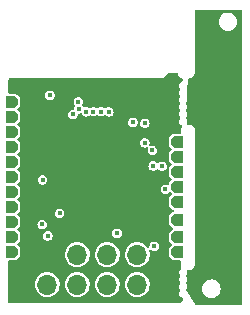
<source format=gbr>
%TF.GenerationSoftware,KiCad,Pcbnew,(6.0.7)*%
%TF.CreationDate,2023-02-02T23:10:42+01:00*%
%TF.ProjectId,ESP31-01_V4,45535033-312d-4303-915f-56342e6b6963,rev?*%
%TF.SameCoordinates,Original*%
%TF.FileFunction,Copper,L2,Inr*%
%TF.FilePolarity,Positive*%
%FSLAX46Y46*%
G04 Gerber Fmt 4.6, Leading zero omitted, Abs format (unit mm)*
G04 Created by KiCad (PCBNEW (6.0.7)) date 2023-02-02 23:10:42*
%MOMM*%
%LPD*%
G01*
G04 APERTURE LIST*
G04 Aperture macros list*
%AMOutline5P*
0 Free polygon, 5 corners , with rotation*
0 The origin of the aperture is its center*
0 number of corners: always 5*
0 $1 to $10 corner X, Y*
0 $11 Rotation angle, in degrees counterclockwise*
0 create outline with 5 corners*
4,1,5,$1,$2,$3,$4,$5,$6,$7,$8,$9,$10,$1,$2,$11*%
%AMOutline6P*
0 Free polygon, 6 corners , with rotation*
0 The origin of the aperture is its center*
0 number of corners: always 6*
0 $1 to $12 corner X, Y*
0 $13 Rotation angle, in degrees counterclockwise*
0 create outline with 6 corners*
4,1,6,$1,$2,$3,$4,$5,$6,$7,$8,$9,$10,$11,$12,$1,$2,$13*%
%AMOutline7P*
0 Free polygon, 7 corners , with rotation*
0 The origin of the aperture is its center*
0 number of corners: always 7*
0 $1 to $14 corner X, Y*
0 $15 Rotation angle, in degrees counterclockwise*
0 create outline with 7 corners*
4,1,7,$1,$2,$3,$4,$5,$6,$7,$8,$9,$10,$11,$12,$13,$14,$1,$2,$15*%
%AMOutline8P*
0 Free polygon, 8 corners , with rotation*
0 The origin of the aperture is its center*
0 number of corners: always 8*
0 $1 to $16 corner X, Y*
0 $17 Rotation angle, in degrees counterclockwise*
0 create outline with 8 corners*
4,1,8,$1,$2,$3,$4,$5,$6,$7,$8,$9,$10,$11,$12,$13,$14,$15,$16,$1,$2,$17*%
G04 Aperture macros list end*
%TA.AperFunction,ComponentPad*%
%ADD10Outline6P,-0.500000X0.500000X0.250000X0.500000X0.500000X0.250000X0.500000X-0.250000X0.250000X-0.500000X-0.500000X-0.500000X180.000000*%
%TD*%
%TA.AperFunction,ComponentPad*%
%ADD11Outline6P,-0.500000X0.500000X0.250000X0.500000X0.500000X0.250000X0.500000X-0.250000X0.250000X-0.500000X-0.500000X-0.500000X0.000000*%
%TD*%
%TA.AperFunction,ComponentPad*%
%ADD12R,0.900000X0.500000*%
%TD*%
%TA.AperFunction,ComponentPad*%
%ADD13R,1.700000X1.700000*%
%TD*%
%TA.AperFunction,ComponentPad*%
%ADD14O,1.700000X1.700000*%
%TD*%
%TA.AperFunction,ViaPad*%
%ADD15C,0.400000*%
%TD*%
G04 APERTURE END LIST*
D10*
%TO.N,/IO5*%
%TO.C,J5*%
X118500000Y-107780000D03*
%TD*%
%TO.N,/IO21*%
%TO.C,J10*%
X118500000Y-101180000D03*
%TD*%
%TO.N,/IO10*%
%TO.C,J7*%
X118500000Y-109230000D03*
%TD*%
D11*
%TO.N,/IO34*%
%TO.C,J18*%
X104500000Y-102870000D03*
%TD*%
D10*
%TO.N,/IO19*%
%TO.C,J9*%
X118500000Y-103720000D03*
%TD*%
%TO.N,/IO9*%
%TO.C,J6*%
X118500000Y-110500000D03*
%TD*%
%TO.N,/IO23*%
%TO.C,J12*%
X118500000Y-104990000D03*
%TD*%
D11*
%TO.N,/IO35*%
%TO.C,J19*%
X104500000Y-100330000D03*
%TD*%
%TO.N,/IO25*%
%TO.C,J13*%
X104500000Y-107950000D03*
%TD*%
%TO.N,/IO27*%
%TO.C,J15*%
X104500000Y-110490000D03*
%TD*%
%TO.N,/IO33*%
%TO.C,J17*%
X104500000Y-106680000D03*
%TD*%
%TO.N,/IO26*%
%TO.C,J14*%
X104500000Y-109220000D03*
%TD*%
D10*
%TO.N,/IO18*%
%TO.C,J8*%
X118500000Y-106260000D03*
%TD*%
D12*
%TO.N,GND*%
%TO.C,AE1*%
X118150000Y-95625000D03*
%TD*%
D11*
%TO.N,/CAPN*%
%TO.C,J3*%
X104500000Y-105410000D03*
%TD*%
%TO.N,/SENS_VN*%
%TO.C,J4*%
X104500000Y-104140000D03*
%TD*%
D10*
%TO.N,/IO22*%
%TO.C,J11*%
X118500000Y-102450000D03*
%TD*%
D11*
%TO.N,/SENS_VP*%
%TO.C,J1*%
X104500000Y-97790000D03*
%TD*%
%TO.N,/IO32*%
%TO.C,J16*%
X104500000Y-101600000D03*
%TD*%
%TO.N,/CAPP*%
%TO.C,J2*%
X104500000Y-99060000D03*
%TD*%
D13*
%TO.N,GND*%
%TO.C,J20*%
X107500000Y-110725000D03*
D14*
%TO.N,/IO1*%
X107500000Y-113265000D03*
%TO.N,/IO2*%
X110040000Y-110725000D03*
%TO.N,/IO4*%
X110040000Y-113265000D03*
%TO.N,/IO0*%
X112580000Y-110725000D03*
%TO.N,/EN*%
X112580000Y-113265000D03*
%TO.N,/IO3*%
X115120000Y-110725000D03*
%TO.N,VIN*%
X115120000Y-113265000D03*
%TD*%
D15*
%TO.N,GND*%
X112681885Y-108225484D03*
%TO.N,Net-(D1-Pad3)*%
X115750000Y-99600000D03*
%TO.N,Net-(C1-Pad2)*%
X108541403Y-107225792D03*
X116550000Y-110000000D03*
%TO.N,+3V3*%
X113400000Y-108900000D03*
%TO.N,GND*%
X117350000Y-96150000D03*
X116130000Y-97680000D03*
X105500000Y-99300000D03*
X113900000Y-97100000D03*
X104550000Y-96200000D03*
X113550000Y-96200000D03*
X114850000Y-98150000D03*
X118500000Y-98500000D03*
X116530000Y-97200000D03*
X116750000Y-96050000D03*
X111500000Y-103000000D03*
X106650000Y-98200000D03*
X108508800Y-97256600D03*
X116500000Y-111100000D03*
X104500000Y-113750000D03*
X110500000Y-102000000D03*
X108740000Y-113670000D03*
X118450000Y-97825000D03*
X118500000Y-100000000D03*
X115350000Y-96050000D03*
X116750000Y-96600000D03*
X115150000Y-96600000D03*
X112500000Y-102000000D03*
X112500000Y-104000000D03*
X118450000Y-96250000D03*
X111750000Y-96200000D03*
X118500000Y-99250000D03*
X114503200Y-96800000D03*
X114400000Y-96200000D03*
X113374500Y-97587566D03*
X110150000Y-96200000D03*
X118500000Y-112750000D03*
X104500000Y-112750000D03*
X118425000Y-97000000D03*
X110500000Y-104000000D03*
X118500000Y-113750000D03*
X115450000Y-98050000D03*
X114450000Y-98700000D03*
%TO.N,/EN*%
X107725000Y-97227600D03*
X110162095Y-98373291D03*
%TO.N,+3V3*%
X110124000Y-97775000D03*
X114750000Y-99500000D03*
X116396800Y-101896800D03*
X115750000Y-101250000D03*
X107100000Y-104400000D03*
X117495701Y-105195701D03*
%TO.N,/IO1*%
X116464297Y-103214297D03*
%TO.N,/IO2*%
X107069740Y-108169740D03*
%TO.N,/IO4*%
X107542579Y-109142578D03*
%TO.N,/IO3*%
X117211935Y-103241894D03*
%TO.N,/SENS_VN*%
X110808929Y-98625870D03*
%TO.N,/SENS_VP*%
X112700500Y-98625000D03*
%TO.N,/CAPP*%
X112057502Y-98617052D03*
%TO.N,/CAPN*%
X111408098Y-98605879D03*
%TO.N,/IO34*%
X109668798Y-98858724D03*
%TD*%
%TA.AperFunction,NonConductor*%
G36*
X123958191Y-90019907D02*
G01*
X123994155Y-90069407D01*
X123999000Y-90100000D01*
X123999000Y-114900000D01*
X123980093Y-114958191D01*
X123930593Y-114994155D01*
X123900000Y-114999000D01*
X120095303Y-114999000D01*
X120037112Y-114980093D01*
X120001148Y-114930593D01*
X119997150Y-114912921D01*
X119988952Y-114850649D01*
X119988105Y-114844213D01*
X119937623Y-114722339D01*
X119933677Y-114717197D01*
X119933675Y-114717193D01*
X119861266Y-114622829D01*
X119861265Y-114622828D01*
X119857317Y-114617683D01*
X119804989Y-114577530D01*
X119757810Y-114541327D01*
X119757809Y-114541326D01*
X119752662Y-114537377D01*
X119750002Y-114536275D01*
X119714821Y-114500937D01*
X119643492Y-114376110D01*
X119543771Y-114201599D01*
X119271335Y-113724835D01*
X119258880Y-113664930D01*
X119284593Y-113608516D01*
X119291447Y-113601102D01*
X119291449Y-113601099D01*
X119297001Y-113595093D01*
X119297243Y-113594545D01*
X120618606Y-113594545D01*
X120636816Y-113767797D01*
X120638601Y-113773039D01*
X120685780Y-113911629D01*
X120692956Y-113932709D01*
X120695854Y-113937419D01*
X120695856Y-113937424D01*
X120781341Y-114076377D01*
X120784238Y-114081086D01*
X120906124Y-114205552D01*
X121052556Y-114299921D01*
X121216257Y-114359503D01*
X121350801Y-114376500D01*
X121443800Y-114376500D01*
X121467300Y-114373864D01*
X121567624Y-114362611D01*
X121567627Y-114362610D01*
X121573121Y-114361994D01*
X121737637Y-114304704D01*
X121885373Y-114212388D01*
X122008985Y-114089636D01*
X122083563Y-113972120D01*
X122099366Y-113947219D01*
X122099368Y-113947214D01*
X122102329Y-113942549D01*
X122160767Y-113778436D01*
X122162692Y-113762293D01*
X122180739Y-113610951D01*
X122180739Y-113610948D01*
X122181394Y-113605455D01*
X122163184Y-113432203D01*
X122107044Y-113267291D01*
X122104146Y-113262581D01*
X122104144Y-113262576D01*
X122018659Y-113123623D01*
X122015762Y-113118914D01*
X121893876Y-112994448D01*
X121747444Y-112900079D01*
X121583743Y-112840497D01*
X121449199Y-112823500D01*
X121356200Y-112823500D01*
X121332700Y-112826136D01*
X121232376Y-112837389D01*
X121232373Y-112837390D01*
X121226879Y-112838006D01*
X121062363Y-112895296D01*
X120914627Y-112987612D01*
X120791015Y-113110364D01*
X120788053Y-113115032D01*
X120700634Y-113252781D01*
X120700632Y-113252786D01*
X120697671Y-113257451D01*
X120639233Y-113421564D01*
X120638579Y-113427051D01*
X120638578Y-113427054D01*
X120631267Y-113488371D01*
X120618606Y-113594545D01*
X119297243Y-113594545D01*
X119344182Y-113488371D01*
X119349422Y-113427880D01*
X119353545Y-113380273D01*
X119353545Y-113380272D01*
X119354251Y-113372120D01*
X119326120Y-113258875D01*
X119321683Y-113252003D01*
X119267265Y-113167724D01*
X119267264Y-113167723D01*
X119262825Y-113160848D01*
X119262316Y-113160447D01*
X119238784Y-113108335D01*
X119251189Y-113048420D01*
X119264488Y-113030265D01*
X119291447Y-113001101D01*
X119297001Y-112995093D01*
X119344182Y-112888371D01*
X119348545Y-112838006D01*
X119353545Y-112780273D01*
X119353545Y-112780272D01*
X119354251Y-112772120D01*
X119326120Y-112658875D01*
X119321683Y-112652003D01*
X119267265Y-112567724D01*
X119267264Y-112567723D01*
X119262825Y-112560848D01*
X119262316Y-112560447D01*
X119238784Y-112508335D01*
X119251189Y-112448420D01*
X119264488Y-112430265D01*
X119291447Y-112401101D01*
X119297001Y-112395093D01*
X119344182Y-112288371D01*
X119349422Y-112227880D01*
X119353545Y-112180273D01*
X119353545Y-112180272D01*
X119354251Y-112172120D01*
X119352278Y-112164176D01*
X119341510Y-112120827D01*
X119345831Y-112059795D01*
X119385201Y-112012958D01*
X119450512Y-111998808D01*
X119493566Y-112004476D01*
X119500000Y-112005323D01*
X119506434Y-112004476D01*
X119624356Y-111988952D01*
X119624359Y-111988951D01*
X119630787Y-111988105D01*
X119752662Y-111937623D01*
X119759799Y-111932147D01*
X119852164Y-111861271D01*
X119857317Y-111857317D01*
X119937623Y-111752662D01*
X119988105Y-111630787D01*
X120005323Y-111500000D01*
X120001536Y-111500000D01*
X120001000Y-111494167D01*
X120001000Y-100224911D01*
X120001415Y-100215853D01*
X120002871Y-100200000D01*
X120005323Y-100200000D01*
X119988105Y-100069213D01*
X119937623Y-99947339D01*
X119933677Y-99942197D01*
X119933675Y-99942193D01*
X119861266Y-99847829D01*
X119861265Y-99847828D01*
X119857317Y-99842683D01*
X119804989Y-99802530D01*
X119757810Y-99766327D01*
X119757809Y-99766326D01*
X119752662Y-99762377D01*
X119630787Y-99711895D01*
X119624359Y-99711049D01*
X119624356Y-99711048D01*
X119506434Y-99695524D01*
X119500000Y-99694677D01*
X119412436Y-99706205D01*
X119352276Y-99695055D01*
X119310159Y-99650673D01*
X119302173Y-99590011D01*
X119308969Y-99568022D01*
X119340874Y-99495854D01*
X119340874Y-99495853D01*
X119344182Y-99488371D01*
X119349422Y-99427880D01*
X119353545Y-99380273D01*
X119353545Y-99380272D01*
X119354251Y-99372120D01*
X119326120Y-99258875D01*
X119321683Y-99252003D01*
X119267265Y-99167724D01*
X119267264Y-99167723D01*
X119262825Y-99160848D01*
X119262316Y-99160447D01*
X119238784Y-99108335D01*
X119251189Y-99048420D01*
X119264488Y-99030265D01*
X119291447Y-99001101D01*
X119297001Y-98995093D01*
X119344182Y-98888371D01*
X119349422Y-98827880D01*
X119353545Y-98780273D01*
X119353545Y-98780272D01*
X119354251Y-98772120D01*
X119326120Y-98658875D01*
X119321683Y-98652003D01*
X119267265Y-98567724D01*
X119267264Y-98567723D01*
X119262825Y-98560848D01*
X119262316Y-98560447D01*
X119238784Y-98508335D01*
X119251189Y-98448420D01*
X119264488Y-98430265D01*
X119291447Y-98401101D01*
X119297001Y-98395093D01*
X119344182Y-98288371D01*
X119349422Y-98227880D01*
X119353545Y-98180273D01*
X119353545Y-98180272D01*
X119354251Y-98172120D01*
X119326120Y-98058875D01*
X119263167Y-97961377D01*
X119247782Y-97898290D01*
X119249917Y-97875872D01*
X119275774Y-97818056D01*
X119291446Y-97801102D01*
X119297001Y-97795093D01*
X119344182Y-97688371D01*
X119349422Y-97627880D01*
X119353545Y-97580273D01*
X119353545Y-97580272D01*
X119354251Y-97572120D01*
X119326120Y-97458875D01*
X119312964Y-97438500D01*
X119297580Y-97375413D01*
X119318107Y-97159881D01*
X119326115Y-97129237D01*
X119344182Y-97088371D01*
X119344888Y-97080221D01*
X119353545Y-96980273D01*
X119353545Y-96980272D01*
X119354251Y-96972120D01*
X119352278Y-96964176D01*
X119345128Y-96935392D01*
X119342654Y-96902140D01*
X119443789Y-95840217D01*
X119468128Y-95784081D01*
X119520815Y-95752972D01*
X119529421Y-95751450D01*
X119624356Y-95738952D01*
X119624359Y-95738951D01*
X119630787Y-95738105D01*
X119752662Y-95687623D01*
X119759799Y-95682147D01*
X119852164Y-95611271D01*
X119857317Y-95607317D01*
X119937623Y-95502662D01*
X119988105Y-95380787D01*
X120005323Y-95250000D01*
X120001536Y-95250000D01*
X120001000Y-95244167D01*
X120001000Y-90994545D01*
X122018606Y-90994545D01*
X122036816Y-91167797D01*
X122092956Y-91332709D01*
X122095854Y-91337419D01*
X122095856Y-91337424D01*
X122181341Y-91476377D01*
X122184238Y-91481086D01*
X122306124Y-91605552D01*
X122452556Y-91699921D01*
X122616257Y-91759503D01*
X122750801Y-91776500D01*
X122843800Y-91776500D01*
X122867300Y-91773864D01*
X122967624Y-91762611D01*
X122967627Y-91762610D01*
X122973121Y-91761994D01*
X123137637Y-91704704D01*
X123285373Y-91612388D01*
X123408985Y-91489636D01*
X123444546Y-91433600D01*
X123499366Y-91347219D01*
X123499368Y-91347214D01*
X123502329Y-91342549D01*
X123560767Y-91178436D01*
X123581394Y-91005455D01*
X123563184Y-90832203D01*
X123507044Y-90667291D01*
X123504146Y-90662581D01*
X123504144Y-90662576D01*
X123418659Y-90523623D01*
X123415762Y-90518914D01*
X123293876Y-90394448D01*
X123147444Y-90300079D01*
X122983743Y-90240497D01*
X122849199Y-90223500D01*
X122756200Y-90223500D01*
X122732700Y-90226136D01*
X122632376Y-90237389D01*
X122632373Y-90237390D01*
X122626879Y-90238006D01*
X122462363Y-90295296D01*
X122314627Y-90387612D01*
X122191015Y-90510364D01*
X122188053Y-90515032D01*
X122100634Y-90652781D01*
X122100632Y-90652786D01*
X122097671Y-90657451D01*
X122039233Y-90821564D01*
X122018606Y-90994545D01*
X120001000Y-90994545D01*
X120001000Y-90100000D01*
X120019907Y-90041809D01*
X120069407Y-90005845D01*
X120100000Y-90001000D01*
X123900000Y-90001000D01*
X123958191Y-90019907D01*
G37*
%TD.AperFunction*%
%TA.AperFunction,Conductor*%
%TO.N,GND*%
G36*
X118417774Y-95418907D02*
G01*
X118428869Y-95428286D01*
X118808247Y-95800000D01*
X118901000Y-95800000D01*
X118959191Y-95818907D01*
X118995155Y-95868407D01*
X119000000Y-95899000D01*
X119000000Y-95960769D01*
X118981093Y-96018960D01*
X118931593Y-96054924D01*
X118917255Y-96058425D01*
X118892973Y-96062467D01*
X118892968Y-96062469D01*
X118884897Y-96063812D01*
X118782206Y-96119222D01*
X118702999Y-96204907D01*
X118655818Y-96311629D01*
X118655112Y-96319777D01*
X118655112Y-96319778D01*
X118646455Y-96419727D01*
X118645749Y-96427880D01*
X118673880Y-96541125D01*
X118678317Y-96547996D01*
X118678317Y-96547997D01*
X118708727Y-96595093D01*
X118737175Y-96639152D01*
X118737684Y-96639553D01*
X118761216Y-96691665D01*
X118748811Y-96751580D01*
X118735512Y-96769735D01*
X118702999Y-96804907D01*
X118655818Y-96911629D01*
X118655112Y-96919777D01*
X118655112Y-96919778D01*
X118648493Y-96996197D01*
X118645749Y-97027880D01*
X118647722Y-97035822D01*
X118647722Y-97035823D01*
X118664235Y-97102296D01*
X118673880Y-97141125D01*
X118678317Y-97147996D01*
X118678317Y-97147997D01*
X118708727Y-97195093D01*
X118737175Y-97239152D01*
X118737684Y-97239553D01*
X118761216Y-97291665D01*
X118748811Y-97351580D01*
X118735512Y-97369735D01*
X118702999Y-97404907D01*
X118655818Y-97511629D01*
X118655112Y-97519777D01*
X118655112Y-97519778D01*
X118646911Y-97614465D01*
X118645749Y-97627880D01*
X118673880Y-97741125D01*
X118678317Y-97747996D01*
X118678317Y-97747997D01*
X118708727Y-97795093D01*
X118737175Y-97839152D01*
X118737684Y-97839553D01*
X118761216Y-97891665D01*
X118748811Y-97951580D01*
X118735512Y-97969735D01*
X118702999Y-98004907D01*
X118655818Y-98111629D01*
X118655112Y-98119777D01*
X118655112Y-98119778D01*
X118647057Y-98212779D01*
X118645749Y-98227880D01*
X118647722Y-98235822D01*
X118647722Y-98235823D01*
X118668131Y-98317980D01*
X118673880Y-98341125D01*
X118678317Y-98347996D01*
X118678317Y-98347997D01*
X118708727Y-98395093D01*
X118737175Y-98439152D01*
X118737684Y-98439553D01*
X118761216Y-98491665D01*
X118748811Y-98551580D01*
X118735512Y-98569735D01*
X118702999Y-98604907D01*
X118655818Y-98711629D01*
X118655112Y-98719777D01*
X118655112Y-98719778D01*
X118646455Y-98819727D01*
X118645749Y-98827880D01*
X118647722Y-98835822D01*
X118647722Y-98835823D01*
X118669417Y-98923157D01*
X118673880Y-98941125D01*
X118678317Y-98947996D01*
X118678317Y-98947997D01*
X118717048Y-99007980D01*
X118737175Y-99039152D01*
X118737684Y-99039553D01*
X118761216Y-99091665D01*
X118748811Y-99151580D01*
X118735512Y-99169735D01*
X118702999Y-99204907D01*
X118655818Y-99311629D01*
X118655112Y-99319777D01*
X118655112Y-99319778D01*
X118650355Y-99374696D01*
X118645749Y-99427880D01*
X118647722Y-99435822D01*
X118647722Y-99435823D01*
X118655655Y-99467756D01*
X118673880Y-99541125D01*
X118678317Y-99547996D01*
X118678317Y-99547997D01*
X118732715Y-99632244D01*
X118737175Y-99639152D01*
X118828811Y-99711392D01*
X118836531Y-99714103D01*
X118843704Y-99718047D01*
X118842936Y-99719444D01*
X118884072Y-99750836D01*
X118901605Y-99809456D01*
X118886457Y-99859798D01*
X118867837Y-99889430D01*
X118867833Y-99889438D01*
X118864878Y-99894141D01*
X118812742Y-100043138D01*
X118795843Y-100193123D01*
X118794344Y-100199641D01*
X118796805Y-100210515D01*
X118797059Y-100211638D01*
X118799500Y-100233488D01*
X118799500Y-100380500D01*
X118780593Y-100438691D01*
X118731093Y-100474655D01*
X118700501Y-100479500D01*
X118257010Y-100479499D01*
X118230159Y-100479499D01*
X118225356Y-100480462D01*
X118225353Y-100480462D01*
X118180985Y-100489355D01*
X118180982Y-100489356D01*
X118171439Y-100491269D01*
X118122255Y-100524195D01*
X117844196Y-100802254D01*
X117810997Y-100852099D01*
X117799500Y-100910162D01*
X117799499Y-101449841D01*
X117800462Y-101454644D01*
X117800462Y-101454647D01*
X117809355Y-101499015D01*
X117809356Y-101499018D01*
X117811269Y-101508561D01*
X117844195Y-101557745D01*
X118031446Y-101744996D01*
X118059223Y-101799513D01*
X118049652Y-101859945D01*
X118031446Y-101885004D01*
X117844196Y-102072254D01*
X117810997Y-102122099D01*
X117799500Y-102180162D01*
X117799499Y-102719841D01*
X117800462Y-102724644D01*
X117800462Y-102724647D01*
X117809355Y-102769015D01*
X117809356Y-102769018D01*
X117811269Y-102778561D01*
X117844195Y-102827745D01*
X118031446Y-103014996D01*
X118059223Y-103069513D01*
X118049652Y-103129945D01*
X118031446Y-103155004D01*
X117844196Y-103342254D01*
X117841482Y-103346329D01*
X117841481Y-103346330D01*
X117821313Y-103376611D01*
X117810997Y-103392099D01*
X117799500Y-103450162D01*
X117799499Y-103989841D01*
X117800462Y-103994644D01*
X117800462Y-103994647D01*
X117809355Y-104039015D01*
X117809356Y-104039018D01*
X117811269Y-104048561D01*
X117844195Y-104097745D01*
X118031446Y-104284996D01*
X118059223Y-104339513D01*
X118049652Y-104399945D01*
X118031446Y-104425004D01*
X117844196Y-104612254D01*
X117810997Y-104662099D01*
X117799500Y-104720162D01*
X117799500Y-104739449D01*
X117780593Y-104797640D01*
X117731093Y-104833604D01*
X117669907Y-104833604D01*
X117655555Y-104827659D01*
X117627945Y-104813591D01*
X117627944Y-104813591D01*
X117621005Y-104810055D01*
X117613311Y-104808836D01*
X117613310Y-104808836D01*
X117503398Y-104791428D01*
X117495701Y-104790209D01*
X117488004Y-104791428D01*
X117378092Y-104808836D01*
X117378091Y-104808836D01*
X117370397Y-104810055D01*
X117363458Y-104813591D01*
X117363457Y-104813591D01*
X117264298Y-104864115D01*
X117264296Y-104864116D01*
X117257359Y-104867651D01*
X117167651Y-104957359D01*
X117164116Y-104964296D01*
X117164115Y-104964298D01*
X117113591Y-105063457D01*
X117110055Y-105070397D01*
X117090209Y-105195701D01*
X117110055Y-105321005D01*
X117167651Y-105434043D01*
X117257359Y-105523751D01*
X117264296Y-105527286D01*
X117264298Y-105527287D01*
X117318680Y-105554996D01*
X117370397Y-105581347D01*
X117378091Y-105582566D01*
X117378092Y-105582566D01*
X117488004Y-105599974D01*
X117495701Y-105601193D01*
X117503398Y-105599974D01*
X117613310Y-105582566D01*
X117613311Y-105582566D01*
X117621005Y-105581347D01*
X117672722Y-105554996D01*
X117727104Y-105527287D01*
X117727106Y-105527286D01*
X117734043Y-105523751D01*
X117797118Y-105460676D01*
X117851635Y-105432899D01*
X117912067Y-105442470D01*
X117937126Y-105460676D01*
X118031446Y-105554996D01*
X118059223Y-105609513D01*
X118049652Y-105669945D01*
X118031446Y-105695004D01*
X117844196Y-105882254D01*
X117810997Y-105932099D01*
X117799500Y-105990162D01*
X117799499Y-106529841D01*
X117800462Y-106534644D01*
X117800462Y-106534647D01*
X117809355Y-106579015D01*
X117809356Y-106579018D01*
X117811269Y-106588561D01*
X117844195Y-106637745D01*
X118122254Y-106915804D01*
X118126327Y-106918517D01*
X118126337Y-106918525D01*
X118154900Y-106937549D01*
X118192850Y-106985543D01*
X118195342Y-107046677D01*
X118161425Y-107097601D01*
X118155114Y-107102198D01*
X118122255Y-107124195D01*
X117844196Y-107402254D01*
X117810997Y-107452099D01*
X117799500Y-107510162D01*
X117799499Y-108049841D01*
X117800462Y-108054644D01*
X117800462Y-108054647D01*
X117809355Y-108099015D01*
X117809356Y-108099018D01*
X117811269Y-108108561D01*
X117844195Y-108157745D01*
X118121446Y-108434996D01*
X118149223Y-108489513D01*
X118139652Y-108549945D01*
X118121446Y-108575004D01*
X117844196Y-108852254D01*
X117841482Y-108856329D01*
X117841481Y-108856330D01*
X117817522Y-108892303D01*
X117810997Y-108902099D01*
X117799500Y-108960162D01*
X117799499Y-109499841D01*
X117800462Y-109504644D01*
X117800462Y-109504647D01*
X117809355Y-109549015D01*
X117809356Y-109549018D01*
X117811269Y-109558561D01*
X117844195Y-109607745D01*
X118031446Y-109794996D01*
X118059223Y-109849513D01*
X118049652Y-109909945D01*
X118031446Y-109935004D01*
X117844196Y-110122254D01*
X117841482Y-110126329D01*
X117841481Y-110126330D01*
X117834259Y-110137174D01*
X117810997Y-110172099D01*
X117799500Y-110230162D01*
X117799499Y-110769841D01*
X117800462Y-110774644D01*
X117800462Y-110774647D01*
X117809355Y-110819015D01*
X117809356Y-110819018D01*
X117811269Y-110828561D01*
X117844195Y-110877745D01*
X118122254Y-111155804D01*
X118126329Y-111158518D01*
X118126330Y-111158519D01*
X118156677Y-111178731D01*
X118172099Y-111189003D01*
X118230162Y-111200500D01*
X118700500Y-111200500D01*
X118758691Y-111219407D01*
X118794655Y-111268907D01*
X118799500Y-111299500D01*
X118799500Y-111465983D01*
X118796982Y-111488169D01*
X118794344Y-111499641D01*
X118795705Y-111505658D01*
X118796795Y-111515332D01*
X118796795Y-111515333D01*
X118805410Y-111591791D01*
X118812742Y-111656862D01*
X118824315Y-111689936D01*
X118857221Y-111783977D01*
X118858593Y-111845147D01*
X118823749Y-111895441D01*
X118810791Y-111903798D01*
X118782206Y-111919222D01*
X118702999Y-112004907D01*
X118655818Y-112111629D01*
X118655112Y-112119777D01*
X118655112Y-112119778D01*
X118647346Y-112209443D01*
X118645749Y-112227880D01*
X118673880Y-112341125D01*
X118678317Y-112347996D01*
X118678317Y-112347997D01*
X118708727Y-112395093D01*
X118737175Y-112439152D01*
X118737684Y-112439553D01*
X118761216Y-112491665D01*
X118748811Y-112551580D01*
X118735512Y-112569735D01*
X118702999Y-112604907D01*
X118655818Y-112711629D01*
X118655112Y-112719777D01*
X118655112Y-112719778D01*
X118646455Y-112819727D01*
X118645749Y-112827880D01*
X118647722Y-112835822D01*
X118647722Y-112835823D01*
X118652183Y-112853779D01*
X118673880Y-112941125D01*
X118678317Y-112947996D01*
X118678317Y-112947997D01*
X118708727Y-112995093D01*
X118737175Y-113039152D01*
X118737684Y-113039553D01*
X118761216Y-113091665D01*
X118748811Y-113151580D01*
X118735512Y-113169735D01*
X118702999Y-113204907D01*
X118655818Y-113311629D01*
X118655112Y-113319777D01*
X118655112Y-113319778D01*
X118646455Y-113419727D01*
X118645749Y-113427880D01*
X118673880Y-113541125D01*
X118678317Y-113547996D01*
X118678317Y-113547997D01*
X118708727Y-113595093D01*
X118737175Y-113639152D01*
X118737684Y-113639553D01*
X118761216Y-113691665D01*
X118748811Y-113751580D01*
X118735512Y-113769735D01*
X118702999Y-113804907D01*
X118655818Y-113911629D01*
X118655112Y-113919777D01*
X118655112Y-113919778D01*
X118648042Y-114001404D01*
X118645749Y-114027880D01*
X118673880Y-114141125D01*
X118678317Y-114147996D01*
X118678317Y-114147997D01*
X118708727Y-114195093D01*
X118737175Y-114239152D01*
X118828811Y-114311392D01*
X118836529Y-114314102D01*
X118836530Y-114314103D01*
X118933803Y-114348263D01*
X118982442Y-114385384D01*
X119000000Y-114441671D01*
X119000000Y-114443336D01*
X118981093Y-114501527D01*
X118971004Y-114513340D01*
X118948862Y-114535482D01*
X118864878Y-114669141D01*
X118863042Y-114674389D01*
X118842464Y-114733197D01*
X118805398Y-114781878D01*
X118749019Y-114799500D01*
X104299500Y-114799500D01*
X104241309Y-114780593D01*
X104205345Y-114731093D01*
X104200500Y-114700500D01*
X104200500Y-113250262D01*
X106444520Y-113250262D01*
X106445526Y-113262244D01*
X106458751Y-113419727D01*
X106461759Y-113455553D01*
X106518544Y-113653586D01*
X106612712Y-113836818D01*
X106740677Y-113998270D01*
X106744357Y-114001402D01*
X106744359Y-114001404D01*
X106846546Y-114088371D01*
X106897564Y-114131791D01*
X106901787Y-114134151D01*
X106901791Y-114134154D01*
X106941342Y-114156258D01*
X107077398Y-114232297D01*
X107081996Y-114233791D01*
X107268724Y-114294463D01*
X107268726Y-114294464D01*
X107273329Y-114295959D01*
X107477894Y-114320351D01*
X107482716Y-114319980D01*
X107482719Y-114319980D01*
X107550541Y-114314761D01*
X107683300Y-114304546D01*
X107881725Y-114249145D01*
X107886038Y-114246966D01*
X107886044Y-114246964D01*
X108061289Y-114158441D01*
X108061291Y-114158440D01*
X108065610Y-114156258D01*
X108076184Y-114147997D01*
X108224135Y-114032406D01*
X108224139Y-114032402D01*
X108227951Y-114029424D01*
X108236322Y-114019727D01*
X108336086Y-113904147D01*
X108362564Y-113873472D01*
X108364957Y-113869260D01*
X108461934Y-113698550D01*
X108461935Y-113698547D01*
X108464323Y-113694344D01*
X108477882Y-113653586D01*
X108527824Y-113503454D01*
X108527824Y-113503452D01*
X108529351Y-113498863D01*
X108530677Y-113488371D01*
X108554823Y-113297228D01*
X108555171Y-113294474D01*
X108555583Y-113265000D01*
X108555313Y-113262244D01*
X108554138Y-113250262D01*
X108984520Y-113250262D01*
X108985526Y-113262244D01*
X108998751Y-113419727D01*
X109001759Y-113455553D01*
X109058544Y-113653586D01*
X109152712Y-113836818D01*
X109280677Y-113998270D01*
X109284357Y-114001402D01*
X109284359Y-114001404D01*
X109386546Y-114088371D01*
X109437564Y-114131791D01*
X109441787Y-114134151D01*
X109441791Y-114134154D01*
X109481342Y-114156258D01*
X109617398Y-114232297D01*
X109621996Y-114233791D01*
X109808724Y-114294463D01*
X109808726Y-114294464D01*
X109813329Y-114295959D01*
X110017894Y-114320351D01*
X110022716Y-114319980D01*
X110022719Y-114319980D01*
X110090541Y-114314761D01*
X110223300Y-114304546D01*
X110421725Y-114249145D01*
X110426038Y-114246966D01*
X110426044Y-114246964D01*
X110601289Y-114158441D01*
X110601291Y-114158440D01*
X110605610Y-114156258D01*
X110616184Y-114147997D01*
X110764135Y-114032406D01*
X110764139Y-114032402D01*
X110767951Y-114029424D01*
X110776322Y-114019727D01*
X110876086Y-113904147D01*
X110902564Y-113873472D01*
X110904957Y-113869260D01*
X111001934Y-113698550D01*
X111001935Y-113698547D01*
X111004323Y-113694344D01*
X111017882Y-113653586D01*
X111067824Y-113503454D01*
X111067824Y-113503452D01*
X111069351Y-113498863D01*
X111070677Y-113488371D01*
X111094823Y-113297228D01*
X111095171Y-113294474D01*
X111095583Y-113265000D01*
X111095313Y-113262244D01*
X111094138Y-113250262D01*
X111524520Y-113250262D01*
X111525526Y-113262244D01*
X111538751Y-113419727D01*
X111541759Y-113455553D01*
X111598544Y-113653586D01*
X111692712Y-113836818D01*
X111820677Y-113998270D01*
X111824357Y-114001402D01*
X111824359Y-114001404D01*
X111926546Y-114088371D01*
X111977564Y-114131791D01*
X111981787Y-114134151D01*
X111981791Y-114134154D01*
X112021342Y-114156258D01*
X112157398Y-114232297D01*
X112161996Y-114233791D01*
X112348724Y-114294463D01*
X112348726Y-114294464D01*
X112353329Y-114295959D01*
X112557894Y-114320351D01*
X112562716Y-114319980D01*
X112562719Y-114319980D01*
X112630541Y-114314761D01*
X112763300Y-114304546D01*
X112961725Y-114249145D01*
X112966038Y-114246966D01*
X112966044Y-114246964D01*
X113141289Y-114158441D01*
X113141291Y-114158440D01*
X113145610Y-114156258D01*
X113156184Y-114147997D01*
X113304135Y-114032406D01*
X113304139Y-114032402D01*
X113307951Y-114029424D01*
X113316322Y-114019727D01*
X113416086Y-113904147D01*
X113442564Y-113873472D01*
X113444957Y-113869260D01*
X113541934Y-113698550D01*
X113541935Y-113698547D01*
X113544323Y-113694344D01*
X113557882Y-113653586D01*
X113607824Y-113503454D01*
X113607824Y-113503452D01*
X113609351Y-113498863D01*
X113610677Y-113488371D01*
X113634823Y-113297228D01*
X113635171Y-113294474D01*
X113635583Y-113265000D01*
X113635313Y-113262244D01*
X113634138Y-113250262D01*
X114064520Y-113250262D01*
X114065526Y-113262244D01*
X114078751Y-113419727D01*
X114081759Y-113455553D01*
X114138544Y-113653586D01*
X114232712Y-113836818D01*
X114360677Y-113998270D01*
X114364357Y-114001402D01*
X114364359Y-114001404D01*
X114466546Y-114088371D01*
X114517564Y-114131791D01*
X114521787Y-114134151D01*
X114521791Y-114134154D01*
X114561342Y-114156258D01*
X114697398Y-114232297D01*
X114701996Y-114233791D01*
X114888724Y-114294463D01*
X114888726Y-114294464D01*
X114893329Y-114295959D01*
X115097894Y-114320351D01*
X115102716Y-114319980D01*
X115102719Y-114319980D01*
X115170541Y-114314761D01*
X115303300Y-114304546D01*
X115501725Y-114249145D01*
X115506038Y-114246966D01*
X115506044Y-114246964D01*
X115681289Y-114158441D01*
X115681291Y-114158440D01*
X115685610Y-114156258D01*
X115696184Y-114147997D01*
X115844135Y-114032406D01*
X115844139Y-114032402D01*
X115847951Y-114029424D01*
X115856322Y-114019727D01*
X115956086Y-113904147D01*
X115982564Y-113873472D01*
X115984957Y-113869260D01*
X116081934Y-113698550D01*
X116081935Y-113698547D01*
X116084323Y-113694344D01*
X116097882Y-113653586D01*
X116147824Y-113503454D01*
X116147824Y-113503452D01*
X116149351Y-113498863D01*
X116150677Y-113488371D01*
X116174823Y-113297228D01*
X116175171Y-113294474D01*
X116175583Y-113265000D01*
X116175313Y-113262244D01*
X116155952Y-113064780D01*
X116155951Y-113064776D01*
X116155480Y-113059970D01*
X116148214Y-113035902D01*
X116097333Y-112867380D01*
X116095935Y-112862749D01*
X115999218Y-112680849D01*
X115869011Y-112521200D01*
X115842042Y-112498889D01*
X115714002Y-112392965D01*
X115714000Y-112392964D01*
X115710275Y-112389882D01*
X115529055Y-112291897D01*
X115465855Y-112272333D01*
X115336875Y-112232407D01*
X115336871Y-112232406D01*
X115332254Y-112230977D01*
X115327446Y-112230472D01*
X115327443Y-112230471D01*
X115132185Y-112209949D01*
X115132183Y-112209949D01*
X115127369Y-112209443D01*
X115067354Y-112214905D01*
X114927022Y-112227675D01*
X114927017Y-112227676D01*
X114922203Y-112228114D01*
X114724572Y-112286280D01*
X114720288Y-112288519D01*
X114720287Y-112288520D01*
X114709428Y-112294197D01*
X114542002Y-112381726D01*
X114538231Y-112384758D01*
X114385220Y-112507781D01*
X114385217Y-112507783D01*
X114381447Y-112510815D01*
X114378333Y-112514526D01*
X114378332Y-112514527D01*
X114369585Y-112524952D01*
X114249024Y-112668630D01*
X114246689Y-112672878D01*
X114246688Y-112672879D01*
X114239955Y-112685126D01*
X114149776Y-112849162D01*
X114087484Y-113045532D01*
X114086944Y-113050344D01*
X114086944Y-113050345D01*
X114083531Y-113080778D01*
X114064520Y-113250262D01*
X113634138Y-113250262D01*
X113615952Y-113064780D01*
X113615951Y-113064776D01*
X113615480Y-113059970D01*
X113608214Y-113035902D01*
X113557333Y-112867380D01*
X113555935Y-112862749D01*
X113459218Y-112680849D01*
X113329011Y-112521200D01*
X113302042Y-112498889D01*
X113174002Y-112392965D01*
X113174000Y-112392964D01*
X113170275Y-112389882D01*
X112989055Y-112291897D01*
X112925855Y-112272333D01*
X112796875Y-112232407D01*
X112796871Y-112232406D01*
X112792254Y-112230977D01*
X112787446Y-112230472D01*
X112787443Y-112230471D01*
X112592185Y-112209949D01*
X112592183Y-112209949D01*
X112587369Y-112209443D01*
X112527354Y-112214905D01*
X112387022Y-112227675D01*
X112387017Y-112227676D01*
X112382203Y-112228114D01*
X112184572Y-112286280D01*
X112180288Y-112288519D01*
X112180287Y-112288520D01*
X112169428Y-112294197D01*
X112002002Y-112381726D01*
X111998231Y-112384758D01*
X111845220Y-112507781D01*
X111845217Y-112507783D01*
X111841447Y-112510815D01*
X111838333Y-112514526D01*
X111838332Y-112514527D01*
X111829585Y-112524952D01*
X111709024Y-112668630D01*
X111706689Y-112672878D01*
X111706688Y-112672879D01*
X111699955Y-112685126D01*
X111609776Y-112849162D01*
X111547484Y-113045532D01*
X111546944Y-113050344D01*
X111546944Y-113050345D01*
X111543531Y-113080778D01*
X111524520Y-113250262D01*
X111094138Y-113250262D01*
X111075952Y-113064780D01*
X111075951Y-113064776D01*
X111075480Y-113059970D01*
X111068214Y-113035902D01*
X111017333Y-112867380D01*
X111015935Y-112862749D01*
X110919218Y-112680849D01*
X110789011Y-112521200D01*
X110762042Y-112498889D01*
X110634002Y-112392965D01*
X110634000Y-112392964D01*
X110630275Y-112389882D01*
X110449055Y-112291897D01*
X110385855Y-112272333D01*
X110256875Y-112232407D01*
X110256871Y-112232406D01*
X110252254Y-112230977D01*
X110247446Y-112230472D01*
X110247443Y-112230471D01*
X110052185Y-112209949D01*
X110052183Y-112209949D01*
X110047369Y-112209443D01*
X109987354Y-112214905D01*
X109847022Y-112227675D01*
X109847017Y-112227676D01*
X109842203Y-112228114D01*
X109644572Y-112286280D01*
X109640288Y-112288519D01*
X109640287Y-112288520D01*
X109629428Y-112294197D01*
X109462002Y-112381726D01*
X109458231Y-112384758D01*
X109305220Y-112507781D01*
X109305217Y-112507783D01*
X109301447Y-112510815D01*
X109298333Y-112514526D01*
X109298332Y-112514527D01*
X109289585Y-112524952D01*
X109169024Y-112668630D01*
X109166689Y-112672878D01*
X109166688Y-112672879D01*
X109159955Y-112685126D01*
X109069776Y-112849162D01*
X109007484Y-113045532D01*
X109006944Y-113050344D01*
X109006944Y-113050345D01*
X109003531Y-113080778D01*
X108984520Y-113250262D01*
X108554138Y-113250262D01*
X108535952Y-113064780D01*
X108535951Y-113064776D01*
X108535480Y-113059970D01*
X108528214Y-113035902D01*
X108477333Y-112867380D01*
X108475935Y-112862749D01*
X108379218Y-112680849D01*
X108249011Y-112521200D01*
X108222042Y-112498889D01*
X108094002Y-112392965D01*
X108094000Y-112392964D01*
X108090275Y-112389882D01*
X107909055Y-112291897D01*
X107845855Y-112272333D01*
X107716875Y-112232407D01*
X107716871Y-112232406D01*
X107712254Y-112230977D01*
X107707446Y-112230472D01*
X107707443Y-112230471D01*
X107512185Y-112209949D01*
X107512183Y-112209949D01*
X107507369Y-112209443D01*
X107447354Y-112214905D01*
X107307022Y-112227675D01*
X107307017Y-112227676D01*
X107302203Y-112228114D01*
X107104572Y-112286280D01*
X107100288Y-112288519D01*
X107100287Y-112288520D01*
X107089428Y-112294197D01*
X106922002Y-112381726D01*
X106918231Y-112384758D01*
X106765220Y-112507781D01*
X106765217Y-112507783D01*
X106761447Y-112510815D01*
X106758333Y-112514526D01*
X106758332Y-112514527D01*
X106749585Y-112524952D01*
X106629024Y-112668630D01*
X106626689Y-112672878D01*
X106626688Y-112672879D01*
X106619955Y-112685126D01*
X106529776Y-112849162D01*
X106467484Y-113045532D01*
X106466944Y-113050344D01*
X106466944Y-113050345D01*
X106463531Y-113080778D01*
X106444520Y-113250262D01*
X104200500Y-113250262D01*
X104200500Y-111289500D01*
X104219407Y-111231309D01*
X104268907Y-111195345D01*
X104299499Y-111190500D01*
X104742990Y-111190501D01*
X104769841Y-111190501D01*
X104774644Y-111189538D01*
X104774647Y-111189538D01*
X104819015Y-111180645D01*
X104819018Y-111180644D01*
X104828561Y-111178731D01*
X104877745Y-111145805D01*
X105155804Y-110867746D01*
X105189003Y-110817901D01*
X105200500Y-110759838D01*
X105200500Y-110710262D01*
X108984520Y-110710262D01*
X109001759Y-110915553D01*
X109058544Y-111113586D01*
X109152712Y-111296818D01*
X109280677Y-111458270D01*
X109284357Y-111461402D01*
X109284359Y-111461404D01*
X109330553Y-111500718D01*
X109437564Y-111591791D01*
X109441787Y-111594151D01*
X109441791Y-111594154D01*
X109481342Y-111616258D01*
X109617398Y-111692297D01*
X109621996Y-111693791D01*
X109808724Y-111754463D01*
X109808726Y-111754464D01*
X109813329Y-111755959D01*
X110017894Y-111780351D01*
X110022716Y-111779980D01*
X110022719Y-111779980D01*
X110090541Y-111774761D01*
X110223300Y-111764546D01*
X110421725Y-111709145D01*
X110426038Y-111706966D01*
X110426044Y-111706964D01*
X110601289Y-111618441D01*
X110601291Y-111618440D01*
X110605610Y-111616258D01*
X110640943Y-111588653D01*
X110764135Y-111492406D01*
X110764139Y-111492402D01*
X110767951Y-111489424D01*
X110778333Y-111477397D01*
X110897554Y-111339276D01*
X110902564Y-111333472D01*
X110921863Y-111299500D01*
X111001934Y-111158550D01*
X111001935Y-111158547D01*
X111004323Y-111154344D01*
X111006268Y-111148499D01*
X111067824Y-110963454D01*
X111067824Y-110963452D01*
X111069351Y-110958863D01*
X111079167Y-110881165D01*
X111094823Y-110757228D01*
X111095171Y-110754474D01*
X111095583Y-110725000D01*
X111094138Y-110710262D01*
X111524520Y-110710262D01*
X111541759Y-110915553D01*
X111598544Y-111113586D01*
X111692712Y-111296818D01*
X111820677Y-111458270D01*
X111824357Y-111461402D01*
X111824359Y-111461404D01*
X111870553Y-111500718D01*
X111977564Y-111591791D01*
X111981787Y-111594151D01*
X111981791Y-111594154D01*
X112021342Y-111616258D01*
X112157398Y-111692297D01*
X112161996Y-111693791D01*
X112348724Y-111754463D01*
X112348726Y-111754464D01*
X112353329Y-111755959D01*
X112557894Y-111780351D01*
X112562716Y-111779980D01*
X112562719Y-111779980D01*
X112630541Y-111774761D01*
X112763300Y-111764546D01*
X112961725Y-111709145D01*
X112966038Y-111706966D01*
X112966044Y-111706964D01*
X113141289Y-111618441D01*
X113141291Y-111618440D01*
X113145610Y-111616258D01*
X113180943Y-111588653D01*
X113304135Y-111492406D01*
X113304139Y-111492402D01*
X113307951Y-111489424D01*
X113318333Y-111477397D01*
X113437554Y-111339276D01*
X113442564Y-111333472D01*
X113461863Y-111299500D01*
X113541934Y-111158550D01*
X113541935Y-111158547D01*
X113544323Y-111154344D01*
X113546268Y-111148499D01*
X113607824Y-110963454D01*
X113607824Y-110963452D01*
X113609351Y-110958863D01*
X113619167Y-110881165D01*
X113634823Y-110757228D01*
X113635171Y-110754474D01*
X113635583Y-110725000D01*
X113634138Y-110710262D01*
X114064520Y-110710262D01*
X114081759Y-110915553D01*
X114138544Y-111113586D01*
X114232712Y-111296818D01*
X114360677Y-111458270D01*
X114364357Y-111461402D01*
X114364359Y-111461404D01*
X114410553Y-111500718D01*
X114517564Y-111591791D01*
X114521787Y-111594151D01*
X114521791Y-111594154D01*
X114561342Y-111616258D01*
X114697398Y-111692297D01*
X114701996Y-111693791D01*
X114888724Y-111754463D01*
X114888726Y-111754464D01*
X114893329Y-111755959D01*
X115097894Y-111780351D01*
X115102716Y-111779980D01*
X115102719Y-111779980D01*
X115170541Y-111774761D01*
X115303300Y-111764546D01*
X115501725Y-111709145D01*
X115506038Y-111706966D01*
X115506044Y-111706964D01*
X115681289Y-111618441D01*
X115681291Y-111618440D01*
X115685610Y-111616258D01*
X115720943Y-111588653D01*
X115844135Y-111492406D01*
X115844139Y-111492402D01*
X115847951Y-111489424D01*
X115858333Y-111477397D01*
X115977554Y-111339276D01*
X115982564Y-111333472D01*
X116001863Y-111299500D01*
X116081934Y-111158550D01*
X116081935Y-111158547D01*
X116084323Y-111154344D01*
X116086268Y-111148499D01*
X116147824Y-110963454D01*
X116147824Y-110963452D01*
X116149351Y-110958863D01*
X116159167Y-110881165D01*
X116174823Y-110757228D01*
X116175171Y-110754474D01*
X116175583Y-110725000D01*
X116155480Y-110519970D01*
X116118847Y-110398636D01*
X116120129Y-110337464D01*
X116157121Y-110288728D01*
X116215695Y-110271044D01*
X116273477Y-110291165D01*
X116283626Y-110300018D01*
X116311658Y-110328050D01*
X116318595Y-110331585D01*
X116318597Y-110331586D01*
X116417756Y-110382110D01*
X116424696Y-110385646D01*
X116432390Y-110386865D01*
X116432391Y-110386865D01*
X116542303Y-110404273D01*
X116550000Y-110405492D01*
X116557697Y-110404273D01*
X116667609Y-110386865D01*
X116667610Y-110386865D01*
X116675304Y-110385646D01*
X116682244Y-110382110D01*
X116781403Y-110331586D01*
X116781405Y-110331585D01*
X116788342Y-110328050D01*
X116878050Y-110238342D01*
X116884639Y-110225412D01*
X116932110Y-110132244D01*
X116932110Y-110132243D01*
X116935646Y-110125304D01*
X116938255Y-110108835D01*
X116954273Y-110007697D01*
X116955492Y-110000000D01*
X116935646Y-109874696D01*
X116925610Y-109855000D01*
X116881586Y-109768597D01*
X116881585Y-109768595D01*
X116878050Y-109761658D01*
X116788342Y-109671950D01*
X116781405Y-109668415D01*
X116781403Y-109668414D01*
X116682244Y-109617890D01*
X116682243Y-109617890D01*
X116675304Y-109614354D01*
X116667610Y-109613135D01*
X116667609Y-109613135D01*
X116557697Y-109595727D01*
X116550000Y-109594508D01*
X116542303Y-109595727D01*
X116432391Y-109613135D01*
X116432390Y-109613135D01*
X116424696Y-109614354D01*
X116417757Y-109617890D01*
X116417756Y-109617890D01*
X116318597Y-109668414D01*
X116318595Y-109668415D01*
X116311658Y-109671950D01*
X116221950Y-109761658D01*
X116218415Y-109768595D01*
X116218414Y-109768597D01*
X116174390Y-109855000D01*
X116164354Y-109874696D01*
X116144508Y-110000000D01*
X116145727Y-110007697D01*
X116145727Y-110007698D01*
X116149810Y-110033478D01*
X116140238Y-110093910D01*
X116096973Y-110137174D01*
X116036541Y-110146745D01*
X115982025Y-110118967D01*
X115975310Y-110111535D01*
X115890622Y-110007698D01*
X115869011Y-109981200D01*
X115710275Y-109849882D01*
X115547108Y-109761658D01*
X115533309Y-109754197D01*
X115533308Y-109754197D01*
X115529055Y-109751897D01*
X115465855Y-109732333D01*
X115336875Y-109692407D01*
X115336871Y-109692406D01*
X115332254Y-109690977D01*
X115327446Y-109690472D01*
X115327443Y-109690471D01*
X115132185Y-109669949D01*
X115132183Y-109669949D01*
X115127369Y-109669443D01*
X115067354Y-109674905D01*
X114927022Y-109687675D01*
X114927017Y-109687676D01*
X114922203Y-109688114D01*
X114724572Y-109746280D01*
X114720288Y-109748519D01*
X114720287Y-109748520D01*
X114709428Y-109754197D01*
X114542002Y-109841726D01*
X114538231Y-109844758D01*
X114385220Y-109967781D01*
X114385217Y-109967783D01*
X114381447Y-109970815D01*
X114378333Y-109974526D01*
X114378332Y-109974527D01*
X114258272Y-110117609D01*
X114249024Y-110128630D01*
X114246689Y-110132878D01*
X114246688Y-110132879D01*
X114239955Y-110145126D01*
X114149776Y-110309162D01*
X114148313Y-110313775D01*
X114148311Y-110313779D01*
X114125514Y-110385646D01*
X114087484Y-110505532D01*
X114086944Y-110510344D01*
X114086944Y-110510345D01*
X114085865Y-110519970D01*
X114064520Y-110710262D01*
X113634138Y-110710262D01*
X113615480Y-110519970D01*
X113555935Y-110322749D01*
X113459218Y-110140849D01*
X113329011Y-109981200D01*
X113170275Y-109849882D01*
X113007108Y-109761658D01*
X112993309Y-109754197D01*
X112993308Y-109754197D01*
X112989055Y-109751897D01*
X112925855Y-109732333D01*
X112796875Y-109692407D01*
X112796871Y-109692406D01*
X112792254Y-109690977D01*
X112787446Y-109690472D01*
X112787443Y-109690471D01*
X112592185Y-109669949D01*
X112592183Y-109669949D01*
X112587369Y-109669443D01*
X112527354Y-109674905D01*
X112387022Y-109687675D01*
X112387017Y-109687676D01*
X112382203Y-109688114D01*
X112184572Y-109746280D01*
X112180288Y-109748519D01*
X112180287Y-109748520D01*
X112169428Y-109754197D01*
X112002002Y-109841726D01*
X111998231Y-109844758D01*
X111845220Y-109967781D01*
X111845217Y-109967783D01*
X111841447Y-109970815D01*
X111838333Y-109974526D01*
X111838332Y-109974527D01*
X111718272Y-110117609D01*
X111709024Y-110128630D01*
X111706689Y-110132878D01*
X111706688Y-110132879D01*
X111699955Y-110145126D01*
X111609776Y-110309162D01*
X111608313Y-110313775D01*
X111608311Y-110313779D01*
X111585514Y-110385646D01*
X111547484Y-110505532D01*
X111546944Y-110510344D01*
X111546944Y-110510345D01*
X111545865Y-110519970D01*
X111524520Y-110710262D01*
X111094138Y-110710262D01*
X111075480Y-110519970D01*
X111015935Y-110322749D01*
X110919218Y-110140849D01*
X110789011Y-109981200D01*
X110630275Y-109849882D01*
X110467108Y-109761658D01*
X110453309Y-109754197D01*
X110453308Y-109754197D01*
X110449055Y-109751897D01*
X110385855Y-109732333D01*
X110256875Y-109692407D01*
X110256871Y-109692406D01*
X110252254Y-109690977D01*
X110247446Y-109690472D01*
X110247443Y-109690471D01*
X110052185Y-109669949D01*
X110052183Y-109669949D01*
X110047369Y-109669443D01*
X109987354Y-109674905D01*
X109847022Y-109687675D01*
X109847017Y-109687676D01*
X109842203Y-109688114D01*
X109644572Y-109746280D01*
X109640288Y-109748519D01*
X109640287Y-109748520D01*
X109629428Y-109754197D01*
X109462002Y-109841726D01*
X109458231Y-109844758D01*
X109305220Y-109967781D01*
X109305217Y-109967783D01*
X109301447Y-109970815D01*
X109298333Y-109974526D01*
X109298332Y-109974527D01*
X109178272Y-110117609D01*
X109169024Y-110128630D01*
X109166689Y-110132878D01*
X109166688Y-110132879D01*
X109159955Y-110145126D01*
X109069776Y-110309162D01*
X109068313Y-110313775D01*
X109068311Y-110313779D01*
X109045514Y-110385646D01*
X109007484Y-110505532D01*
X109006944Y-110510344D01*
X109006944Y-110510345D01*
X109005865Y-110519970D01*
X108984520Y-110710262D01*
X105200500Y-110710262D01*
X105200501Y-110220159D01*
X105199538Y-110215353D01*
X105190645Y-110170985D01*
X105190644Y-110170982D01*
X105188731Y-110161439D01*
X105155805Y-110112255D01*
X104968554Y-109925004D01*
X104940777Y-109870487D01*
X104950348Y-109810055D01*
X104968554Y-109784996D01*
X105155804Y-109597746D01*
X105189003Y-109547901D01*
X105200500Y-109489838D01*
X105200501Y-109142578D01*
X107137087Y-109142578D01*
X107156933Y-109267882D01*
X107160469Y-109274821D01*
X107160469Y-109274822D01*
X107164183Y-109282110D01*
X107214529Y-109380920D01*
X107304237Y-109470628D01*
X107311174Y-109474163D01*
X107311176Y-109474164D01*
X107410335Y-109524688D01*
X107417275Y-109528224D01*
X107424969Y-109529443D01*
X107424970Y-109529443D01*
X107534882Y-109546851D01*
X107542579Y-109548070D01*
X107550276Y-109546851D01*
X107660188Y-109529443D01*
X107660189Y-109529443D01*
X107667883Y-109528224D01*
X107674823Y-109524688D01*
X107773982Y-109474164D01*
X107773984Y-109474163D01*
X107780921Y-109470628D01*
X107870629Y-109380920D01*
X107920976Y-109282110D01*
X107924689Y-109274822D01*
X107924689Y-109274821D01*
X107928225Y-109267882D01*
X107948071Y-109142578D01*
X107928225Y-109017274D01*
X107894028Y-108950159D01*
X107874165Y-108911175D01*
X107874164Y-108911173D01*
X107870629Y-108904236D01*
X107866393Y-108900000D01*
X112994508Y-108900000D01*
X112995727Y-108907697D01*
X113004037Y-108960162D01*
X113014354Y-109025304D01*
X113071950Y-109138342D01*
X113161658Y-109228050D01*
X113168595Y-109231585D01*
X113168597Y-109231586D01*
X113267756Y-109282110D01*
X113274696Y-109285646D01*
X113282390Y-109286865D01*
X113282391Y-109286865D01*
X113392303Y-109304273D01*
X113400000Y-109305492D01*
X113407697Y-109304273D01*
X113517609Y-109286865D01*
X113517610Y-109286865D01*
X113525304Y-109285646D01*
X113532244Y-109282110D01*
X113631403Y-109231586D01*
X113631405Y-109231585D01*
X113638342Y-109228050D01*
X113728050Y-109138342D01*
X113785646Y-109025304D01*
X113795964Y-108960162D01*
X113804273Y-108907697D01*
X113805492Y-108900000D01*
X113802855Y-108883348D01*
X113786865Y-108782391D01*
X113786865Y-108782390D01*
X113785646Y-108774696D01*
X113782110Y-108767756D01*
X113731586Y-108668597D01*
X113731585Y-108668595D01*
X113728050Y-108661658D01*
X113638342Y-108571950D01*
X113631405Y-108568415D01*
X113631403Y-108568414D01*
X113532244Y-108517890D01*
X113532243Y-108517890D01*
X113525304Y-108514354D01*
X113517610Y-108513135D01*
X113517609Y-108513135D01*
X113407697Y-108495727D01*
X113400000Y-108494508D01*
X113392303Y-108495727D01*
X113282391Y-108513135D01*
X113282390Y-108513135D01*
X113274696Y-108514354D01*
X113267757Y-108517890D01*
X113267756Y-108517890D01*
X113168597Y-108568414D01*
X113168595Y-108568415D01*
X113161658Y-108571950D01*
X113071950Y-108661658D01*
X113068415Y-108668595D01*
X113068414Y-108668597D01*
X113017890Y-108767756D01*
X113014354Y-108774696D01*
X113013135Y-108782390D01*
X113013135Y-108782391D01*
X112997145Y-108883348D01*
X112994508Y-108900000D01*
X107866393Y-108900000D01*
X107780921Y-108814528D01*
X107773984Y-108810993D01*
X107773982Y-108810992D01*
X107674823Y-108760468D01*
X107674822Y-108760468D01*
X107667883Y-108756932D01*
X107660189Y-108755713D01*
X107660188Y-108755713D01*
X107550276Y-108738305D01*
X107542579Y-108737086D01*
X107534882Y-108738305D01*
X107424970Y-108755713D01*
X107424969Y-108755713D01*
X107417275Y-108756932D01*
X107410336Y-108760468D01*
X107410335Y-108760468D01*
X107311176Y-108810992D01*
X107311174Y-108810993D01*
X107304237Y-108814528D01*
X107214529Y-108904236D01*
X107210994Y-108911173D01*
X107210993Y-108911175D01*
X107191130Y-108950159D01*
X107156933Y-109017274D01*
X107137087Y-109142578D01*
X105200501Y-109142578D01*
X105200501Y-108950159D01*
X105199538Y-108945353D01*
X105190645Y-108900985D01*
X105190644Y-108900982D01*
X105188731Y-108891439D01*
X105155805Y-108842255D01*
X104968554Y-108655004D01*
X104940777Y-108600487D01*
X104950348Y-108540055D01*
X104968554Y-108514996D01*
X105155804Y-108327746D01*
X105177585Y-108295044D01*
X105183607Y-108286003D01*
X105183607Y-108286002D01*
X105189003Y-108277901D01*
X105200500Y-108219838D01*
X105200500Y-108169740D01*
X106664248Y-108169740D01*
X106684094Y-108295044D01*
X106687630Y-108301983D01*
X106687630Y-108301984D01*
X106700757Y-108327746D01*
X106741690Y-108408082D01*
X106831398Y-108497790D01*
X106838335Y-108501325D01*
X106838337Y-108501326D01*
X106870846Y-108517890D01*
X106944436Y-108555386D01*
X106952130Y-108556605D01*
X106952131Y-108556605D01*
X107062043Y-108574013D01*
X107069740Y-108575232D01*
X107077437Y-108574013D01*
X107187349Y-108556605D01*
X107187350Y-108556605D01*
X107195044Y-108555386D01*
X107268634Y-108517890D01*
X107301143Y-108501326D01*
X107301145Y-108501325D01*
X107308082Y-108497790D01*
X107397790Y-108408082D01*
X107438724Y-108327746D01*
X107451850Y-108301984D01*
X107451850Y-108301983D01*
X107455386Y-108295044D01*
X107475232Y-108169740D01*
X107465542Y-108108561D01*
X107456605Y-108052131D01*
X107456605Y-108052130D01*
X107455386Y-108044436D01*
X107397790Y-107931398D01*
X107308082Y-107841690D01*
X107301145Y-107838155D01*
X107301143Y-107838154D01*
X107201984Y-107787630D01*
X107201983Y-107787630D01*
X107195044Y-107784094D01*
X107187350Y-107782875D01*
X107187349Y-107782875D01*
X107077437Y-107765467D01*
X107069740Y-107764248D01*
X107062043Y-107765467D01*
X106952131Y-107782875D01*
X106952130Y-107782875D01*
X106944436Y-107784094D01*
X106937497Y-107787630D01*
X106937496Y-107787630D01*
X106838337Y-107838154D01*
X106838335Y-107838155D01*
X106831398Y-107841690D01*
X106741690Y-107931398D01*
X106684094Y-108044436D01*
X106682875Y-108052130D01*
X106682875Y-108052131D01*
X106673938Y-108108561D01*
X106664248Y-108169740D01*
X105200500Y-108169740D01*
X105200501Y-107680159D01*
X105199538Y-107675353D01*
X105190645Y-107630985D01*
X105190644Y-107630982D01*
X105188731Y-107621439D01*
X105155805Y-107572255D01*
X104968554Y-107385004D01*
X104940777Y-107330487D01*
X104950348Y-107270055D01*
X104968554Y-107244996D01*
X104987758Y-107225792D01*
X108135911Y-107225792D01*
X108137130Y-107233489D01*
X108138953Y-107244996D01*
X108155757Y-107351096D01*
X108159293Y-107358035D01*
X108159293Y-107358036D01*
X108207221Y-107452099D01*
X108213353Y-107464134D01*
X108303061Y-107553842D01*
X108309998Y-107557377D01*
X108310000Y-107557378D01*
X108409159Y-107607902D01*
X108416099Y-107611438D01*
X108423793Y-107612657D01*
X108423794Y-107612657D01*
X108533706Y-107630065D01*
X108541403Y-107631284D01*
X108549100Y-107630065D01*
X108659012Y-107612657D01*
X108659013Y-107612657D01*
X108666707Y-107611438D01*
X108673647Y-107607902D01*
X108772806Y-107557378D01*
X108772808Y-107557377D01*
X108779745Y-107553842D01*
X108869453Y-107464134D01*
X108875586Y-107452099D01*
X108923513Y-107358036D01*
X108923513Y-107358035D01*
X108927049Y-107351096D01*
X108943854Y-107244996D01*
X108945676Y-107233489D01*
X108946895Y-107225792D01*
X108945676Y-107218095D01*
X108928268Y-107108183D01*
X108928268Y-107108182D01*
X108927049Y-107100488D01*
X108884002Y-107016003D01*
X108872989Y-106994389D01*
X108872988Y-106994387D01*
X108869453Y-106987450D01*
X108779745Y-106897742D01*
X108772808Y-106894207D01*
X108772806Y-106894206D01*
X108673647Y-106843682D01*
X108673646Y-106843682D01*
X108666707Y-106840146D01*
X108659013Y-106838927D01*
X108659012Y-106838927D01*
X108549100Y-106821519D01*
X108541403Y-106820300D01*
X108533706Y-106821519D01*
X108423794Y-106838927D01*
X108423793Y-106838927D01*
X108416099Y-106840146D01*
X108409160Y-106843682D01*
X108409159Y-106843682D01*
X108310000Y-106894206D01*
X108309998Y-106894207D01*
X108303061Y-106897742D01*
X108213353Y-106987450D01*
X108209818Y-106994387D01*
X108209817Y-106994389D01*
X108198804Y-107016003D01*
X108155757Y-107100488D01*
X108154538Y-107108182D01*
X108154538Y-107108183D01*
X108137130Y-107218095D01*
X108135911Y-107225792D01*
X104987758Y-107225792D01*
X105155804Y-107057746D01*
X105158519Y-107053670D01*
X105183607Y-107016003D01*
X105183607Y-107016002D01*
X105189003Y-107007901D01*
X105200500Y-106949838D01*
X105200501Y-106410159D01*
X105199538Y-106405353D01*
X105190645Y-106360985D01*
X105190644Y-106360982D01*
X105188731Y-106351439D01*
X105155805Y-106302255D01*
X104968554Y-106115004D01*
X104940777Y-106060487D01*
X104950348Y-106000055D01*
X104968554Y-105974996D01*
X105155804Y-105787746D01*
X105189003Y-105737901D01*
X105200500Y-105679838D01*
X105200501Y-105140159D01*
X105199538Y-105135353D01*
X105190645Y-105090985D01*
X105190644Y-105090982D01*
X105188731Y-105081439D01*
X105155805Y-105032255D01*
X104968554Y-104845004D01*
X104940777Y-104790487D01*
X104950348Y-104730055D01*
X104968554Y-104704996D01*
X105155804Y-104517746D01*
X105189003Y-104467901D01*
X105200500Y-104409838D01*
X105200500Y-104400000D01*
X106694508Y-104400000D01*
X106695727Y-104407697D01*
X106706546Y-104476003D01*
X106714354Y-104525304D01*
X106771950Y-104638342D01*
X106861658Y-104728050D01*
X106868595Y-104731585D01*
X106868597Y-104731586D01*
X106953802Y-104775000D01*
X106974696Y-104785646D01*
X106982390Y-104786865D01*
X106982391Y-104786865D01*
X107092303Y-104804273D01*
X107100000Y-104805492D01*
X107107697Y-104804273D01*
X107217609Y-104786865D01*
X107217610Y-104786865D01*
X107225304Y-104785646D01*
X107246198Y-104775000D01*
X107331403Y-104731586D01*
X107331405Y-104731585D01*
X107338342Y-104728050D01*
X107428050Y-104638342D01*
X107485646Y-104525304D01*
X107493455Y-104476003D01*
X107504273Y-104407697D01*
X107505492Y-104400000D01*
X107495912Y-104339513D01*
X107486865Y-104282391D01*
X107486865Y-104282390D01*
X107485646Y-104274696D01*
X107428050Y-104161658D01*
X107338342Y-104071950D01*
X107331405Y-104068415D01*
X107331403Y-104068414D01*
X107232244Y-104017890D01*
X107232243Y-104017890D01*
X107225304Y-104014354D01*
X107217610Y-104013135D01*
X107217609Y-104013135D01*
X107107697Y-103995727D01*
X107100000Y-103994508D01*
X107092303Y-103995727D01*
X106982391Y-104013135D01*
X106982390Y-104013135D01*
X106974696Y-104014354D01*
X106967757Y-104017890D01*
X106967756Y-104017890D01*
X106868597Y-104068414D01*
X106868595Y-104068415D01*
X106861658Y-104071950D01*
X106771950Y-104161658D01*
X106714354Y-104274696D01*
X106713135Y-104282390D01*
X106713135Y-104282391D01*
X106704088Y-104339513D01*
X106694508Y-104400000D01*
X105200500Y-104400000D01*
X105200501Y-103870159D01*
X105199538Y-103865353D01*
X105190645Y-103820985D01*
X105190644Y-103820982D01*
X105188731Y-103811439D01*
X105155805Y-103762255D01*
X104968554Y-103575004D01*
X104940777Y-103520487D01*
X104950348Y-103460055D01*
X104968554Y-103434996D01*
X105155804Y-103247746D01*
X105178083Y-103214297D01*
X116058805Y-103214297D01*
X116078651Y-103339601D01*
X116082187Y-103346540D01*
X116082187Y-103346541D01*
X116132565Y-103445412D01*
X116136247Y-103452639D01*
X116225955Y-103542347D01*
X116232892Y-103545882D01*
X116232894Y-103545883D01*
X116332053Y-103596407D01*
X116338993Y-103599943D01*
X116346687Y-103601162D01*
X116346688Y-103601162D01*
X116456600Y-103618570D01*
X116464297Y-103619789D01*
X116471994Y-103618570D01*
X116581906Y-103601162D01*
X116581907Y-103601162D01*
X116589601Y-103599943D01*
X116596541Y-103596407D01*
X116695700Y-103545883D01*
X116695702Y-103545882D01*
X116702639Y-103542347D01*
X116708145Y-103536841D01*
X116708149Y-103536838D01*
X116754315Y-103490673D01*
X116808832Y-103462896D01*
X116869264Y-103472468D01*
X116894322Y-103490673D01*
X116973593Y-103569944D01*
X116980530Y-103573479D01*
X116980532Y-103573480D01*
X117025529Y-103596407D01*
X117086631Y-103627540D01*
X117094325Y-103628759D01*
X117094326Y-103628759D01*
X117204238Y-103646167D01*
X117211935Y-103647386D01*
X117219632Y-103646167D01*
X117329544Y-103628759D01*
X117329545Y-103628759D01*
X117337239Y-103627540D01*
X117398341Y-103596407D01*
X117443338Y-103573480D01*
X117443340Y-103573479D01*
X117450277Y-103569944D01*
X117539985Y-103480236D01*
X117548821Y-103462896D01*
X117594045Y-103374138D01*
X117594045Y-103374137D01*
X117597581Y-103367198D01*
X117617427Y-103241894D01*
X117611837Y-103206600D01*
X117598800Y-103124285D01*
X117598800Y-103124284D01*
X117597581Y-103116590D01*
X117594045Y-103109650D01*
X117543521Y-103010491D01*
X117543520Y-103010489D01*
X117539985Y-103003552D01*
X117450277Y-102913844D01*
X117443340Y-102910309D01*
X117443338Y-102910308D01*
X117344179Y-102859784D01*
X117344178Y-102859784D01*
X117337239Y-102856248D01*
X117329545Y-102855029D01*
X117329544Y-102855029D01*
X117219632Y-102837621D01*
X117211935Y-102836402D01*
X117204238Y-102837621D01*
X117094326Y-102855029D01*
X117094325Y-102855029D01*
X117086631Y-102856248D01*
X117079692Y-102859784D01*
X117079691Y-102859784D01*
X116980532Y-102910308D01*
X116980530Y-102910309D01*
X116973593Y-102913844D01*
X116968087Y-102919350D01*
X116968083Y-102919353D01*
X116921919Y-102965518D01*
X116867403Y-102993296D01*
X116806971Y-102983725D01*
X116781911Y-102965519D01*
X116702639Y-102886247D01*
X116695702Y-102882712D01*
X116695700Y-102882711D01*
X116596541Y-102832187D01*
X116596540Y-102832187D01*
X116589601Y-102828651D01*
X116581907Y-102827432D01*
X116581906Y-102827432D01*
X116471994Y-102810024D01*
X116464297Y-102808805D01*
X116456600Y-102810024D01*
X116346688Y-102827432D01*
X116346687Y-102827432D01*
X116338993Y-102828651D01*
X116332054Y-102832187D01*
X116332053Y-102832187D01*
X116232894Y-102882711D01*
X116232892Y-102882712D01*
X116225955Y-102886247D01*
X116136247Y-102975955D01*
X116132712Y-102982892D01*
X116132711Y-102982894D01*
X116083447Y-103079580D01*
X116078651Y-103088993D01*
X116077432Y-103096687D01*
X116077432Y-103096688D01*
X116061402Y-103197901D01*
X116058805Y-103214297D01*
X105178083Y-103214297D01*
X105189003Y-103197901D01*
X105200500Y-103139838D01*
X105200501Y-102600159D01*
X105199538Y-102595353D01*
X105190645Y-102550985D01*
X105190644Y-102550982D01*
X105188731Y-102541439D01*
X105155805Y-102492255D01*
X104968554Y-102305004D01*
X104940777Y-102250487D01*
X104950348Y-102190055D01*
X104968554Y-102164996D01*
X105155804Y-101977746D01*
X105189003Y-101927901D01*
X105200500Y-101869838D01*
X105200501Y-101330159D01*
X105199538Y-101325353D01*
X105190645Y-101280985D01*
X105190644Y-101280982D01*
X105188731Y-101271439D01*
X105174379Y-101250000D01*
X115344508Y-101250000D01*
X115345727Y-101257697D01*
X115356443Y-101325353D01*
X115364354Y-101375304D01*
X115367890Y-101382243D01*
X115367890Y-101382244D01*
X115402333Y-101449841D01*
X115421950Y-101488342D01*
X115511658Y-101578050D01*
X115518595Y-101581585D01*
X115518597Y-101581586D01*
X115613028Y-101629701D01*
X115624696Y-101635646D01*
X115632390Y-101636865D01*
X115632391Y-101636865D01*
X115742303Y-101654273D01*
X115750000Y-101655492D01*
X115757697Y-101654273D01*
X115867609Y-101636865D01*
X115867610Y-101636865D01*
X115875304Y-101635646D01*
X115882244Y-101632110D01*
X115889658Y-101629701D01*
X115890196Y-101631358D01*
X115941229Y-101623275D01*
X115995746Y-101651051D01*
X116023525Y-101705567D01*
X116015442Y-101756604D01*
X116017099Y-101757142D01*
X116014690Y-101764556D01*
X116011154Y-101771496D01*
X116009935Y-101779190D01*
X116009935Y-101779191D01*
X116004264Y-101815000D01*
X115991308Y-101896800D01*
X116011154Y-102022104D01*
X116014690Y-102029043D01*
X116014690Y-102029044D01*
X116038784Y-102076330D01*
X116068750Y-102135142D01*
X116158458Y-102224850D01*
X116165395Y-102228385D01*
X116165397Y-102228386D01*
X116178378Y-102235000D01*
X116271496Y-102282446D01*
X116279190Y-102283665D01*
X116279191Y-102283665D01*
X116389103Y-102301073D01*
X116396800Y-102302292D01*
X116404497Y-102301073D01*
X116514409Y-102283665D01*
X116514410Y-102283665D01*
X116522104Y-102282446D01*
X116615222Y-102235000D01*
X116628203Y-102228386D01*
X116628205Y-102228385D01*
X116635142Y-102224850D01*
X116724850Y-102135142D01*
X116754817Y-102076330D01*
X116778910Y-102029044D01*
X116778910Y-102029043D01*
X116782446Y-102022104D01*
X116802292Y-101896800D01*
X116789336Y-101815000D01*
X116783665Y-101779191D01*
X116783665Y-101779190D01*
X116782446Y-101771496D01*
X116768944Y-101744996D01*
X116728386Y-101665397D01*
X116728385Y-101665395D01*
X116724850Y-101658458D01*
X116635142Y-101568750D01*
X116628205Y-101565215D01*
X116628203Y-101565214D01*
X116529044Y-101514690D01*
X116529043Y-101514690D01*
X116522104Y-101511154D01*
X116514410Y-101509935D01*
X116514409Y-101509935D01*
X116404497Y-101492527D01*
X116396800Y-101491308D01*
X116389103Y-101492527D01*
X116279191Y-101509935D01*
X116279190Y-101509935D01*
X116271496Y-101511154D01*
X116264556Y-101514690D01*
X116257142Y-101517099D01*
X116256604Y-101515442D01*
X116205571Y-101523525D01*
X116151054Y-101495749D01*
X116123275Y-101441233D01*
X116131358Y-101390196D01*
X116129701Y-101389658D01*
X116132110Y-101382244D01*
X116135646Y-101375304D01*
X116143558Y-101325353D01*
X116154273Y-101257697D01*
X116155492Y-101250000D01*
X116135646Y-101124696D01*
X116132110Y-101117756D01*
X116081586Y-101018597D01*
X116081585Y-101018595D01*
X116078050Y-101011658D01*
X115988342Y-100921950D01*
X115981405Y-100918415D01*
X115981403Y-100918414D01*
X115882244Y-100867890D01*
X115882243Y-100867890D01*
X115875304Y-100864354D01*
X115867610Y-100863135D01*
X115867609Y-100863135D01*
X115757697Y-100845727D01*
X115750000Y-100844508D01*
X115742303Y-100845727D01*
X115632391Y-100863135D01*
X115632390Y-100863135D01*
X115624696Y-100864354D01*
X115617757Y-100867890D01*
X115617756Y-100867890D01*
X115518597Y-100918414D01*
X115518595Y-100918415D01*
X115511658Y-100921950D01*
X115421950Y-101011658D01*
X115418415Y-101018595D01*
X115418414Y-101018597D01*
X115367890Y-101117756D01*
X115364354Y-101124696D01*
X115344508Y-101250000D01*
X105174379Y-101250000D01*
X105155805Y-101222255D01*
X104968554Y-101035004D01*
X104940777Y-100980487D01*
X104950348Y-100920055D01*
X104968554Y-100894996D01*
X105155804Y-100707746D01*
X105189003Y-100657901D01*
X105200500Y-100599838D01*
X105200501Y-100060159D01*
X105198196Y-100048659D01*
X105190645Y-100010985D01*
X105190644Y-100010982D01*
X105188731Y-100001439D01*
X105155805Y-99952255D01*
X104968554Y-99765004D01*
X104940777Y-99710487D01*
X104950348Y-99650055D01*
X104968554Y-99624996D01*
X105093550Y-99500000D01*
X114344508Y-99500000D01*
X114345727Y-99507697D01*
X114354784Y-99564878D01*
X114364354Y-99625304D01*
X114367890Y-99632243D01*
X114367890Y-99632244D01*
X114415307Y-99725304D01*
X114421950Y-99738342D01*
X114511658Y-99828050D01*
X114518595Y-99831585D01*
X114518597Y-99831586D01*
X114617756Y-99882110D01*
X114624696Y-99885646D01*
X114632390Y-99886865D01*
X114632391Y-99886865D01*
X114742303Y-99904273D01*
X114750000Y-99905492D01*
X114757697Y-99904273D01*
X114867609Y-99886865D01*
X114867610Y-99886865D01*
X114875304Y-99885646D01*
X114882244Y-99882110D01*
X114981403Y-99831586D01*
X114981405Y-99831585D01*
X114988342Y-99828050D01*
X115078050Y-99738342D01*
X115084694Y-99725304D01*
X115132110Y-99632244D01*
X115132110Y-99632243D01*
X115135646Y-99625304D01*
X115139654Y-99600000D01*
X115344508Y-99600000D01*
X115345727Y-99607697D01*
X115362151Y-99711392D01*
X115364354Y-99725304D01*
X115367890Y-99732243D01*
X115367890Y-99732244D01*
X115407232Y-99809456D01*
X115421950Y-99838342D01*
X115511658Y-99928050D01*
X115518595Y-99931585D01*
X115518597Y-99931586D01*
X115567062Y-99956280D01*
X115624696Y-99985646D01*
X115632390Y-99986865D01*
X115632391Y-99986865D01*
X115742303Y-100004273D01*
X115750000Y-100005492D01*
X115757697Y-100004273D01*
X115867609Y-99986865D01*
X115867610Y-99986865D01*
X115875304Y-99985646D01*
X115932938Y-99956280D01*
X115981403Y-99931586D01*
X115981405Y-99931585D01*
X115988342Y-99928050D01*
X116078050Y-99838342D01*
X116092769Y-99809456D01*
X116132110Y-99732244D01*
X116132110Y-99732243D01*
X116135646Y-99725304D01*
X116137850Y-99711392D01*
X116154273Y-99607697D01*
X116155492Y-99600000D01*
X116135646Y-99474696D01*
X116132110Y-99467756D01*
X116081586Y-99368597D01*
X116081585Y-99368595D01*
X116078050Y-99361658D01*
X115988342Y-99271950D01*
X115981405Y-99268415D01*
X115981403Y-99268414D01*
X115882244Y-99217890D01*
X115882243Y-99217890D01*
X115875304Y-99214354D01*
X115867610Y-99213135D01*
X115867609Y-99213135D01*
X115757697Y-99195727D01*
X115750000Y-99194508D01*
X115742303Y-99195727D01*
X115632391Y-99213135D01*
X115632390Y-99213135D01*
X115624696Y-99214354D01*
X115617757Y-99217890D01*
X115617756Y-99217890D01*
X115518597Y-99268414D01*
X115518595Y-99268415D01*
X115511658Y-99271950D01*
X115421950Y-99361658D01*
X115418415Y-99368595D01*
X115418414Y-99368597D01*
X115367890Y-99467756D01*
X115364354Y-99474696D01*
X115344508Y-99600000D01*
X115139654Y-99600000D01*
X115145217Y-99564878D01*
X115154273Y-99507697D01*
X115155492Y-99500000D01*
X115145632Y-99437746D01*
X115136865Y-99382391D01*
X115136865Y-99382390D01*
X115135646Y-99374696D01*
X115112790Y-99329838D01*
X115081586Y-99268597D01*
X115081585Y-99268595D01*
X115078050Y-99261658D01*
X114988342Y-99171950D01*
X114981405Y-99168415D01*
X114981403Y-99168414D01*
X114882244Y-99117890D01*
X114882243Y-99117890D01*
X114875304Y-99114354D01*
X114867610Y-99113135D01*
X114867609Y-99113135D01*
X114757697Y-99095727D01*
X114750000Y-99094508D01*
X114742303Y-99095727D01*
X114632391Y-99113135D01*
X114632390Y-99113135D01*
X114624696Y-99114354D01*
X114617757Y-99117890D01*
X114617756Y-99117890D01*
X114518597Y-99168414D01*
X114518595Y-99168415D01*
X114511658Y-99171950D01*
X114421950Y-99261658D01*
X114418415Y-99268595D01*
X114418414Y-99268597D01*
X114387210Y-99329838D01*
X114364354Y-99374696D01*
X114363135Y-99382390D01*
X114363135Y-99382391D01*
X114354368Y-99437746D01*
X114344508Y-99500000D01*
X105093550Y-99500000D01*
X105155804Y-99437746D01*
X105162375Y-99427880D01*
X105183607Y-99396003D01*
X105183607Y-99396002D01*
X105189003Y-99387901D01*
X105200500Y-99329838D01*
X105200501Y-98858724D01*
X109263306Y-98858724D01*
X109264525Y-98866421D01*
X109278806Y-98956586D01*
X109283152Y-98984028D01*
X109286688Y-98990967D01*
X109286688Y-98990968D01*
X109332449Y-99080778D01*
X109340748Y-99097066D01*
X109430456Y-99186774D01*
X109437393Y-99190309D01*
X109437395Y-99190310D01*
X109491524Y-99217890D01*
X109543494Y-99244370D01*
X109551188Y-99245589D01*
X109551189Y-99245589D01*
X109661101Y-99262997D01*
X109668798Y-99264216D01*
X109676495Y-99262997D01*
X109786407Y-99245589D01*
X109786408Y-99245589D01*
X109794102Y-99244370D01*
X109846072Y-99217890D01*
X109900201Y-99190310D01*
X109900203Y-99190309D01*
X109907140Y-99186774D01*
X109996848Y-99097066D01*
X110005148Y-99080778D01*
X110050908Y-98990968D01*
X110050908Y-98990967D01*
X110054444Y-98984028D01*
X110059351Y-98953050D01*
X110064278Y-98921938D01*
X110073917Y-98861076D01*
X110101694Y-98806561D01*
X110156211Y-98778783D01*
X110160141Y-98778474D01*
X110162095Y-98778783D01*
X110231370Y-98767811D01*
X110279704Y-98760156D01*
X110279705Y-98760156D01*
X110287399Y-98758937D01*
X110294337Y-98755402D01*
X110294343Y-98755400D01*
X110310208Y-98747316D01*
X110370640Y-98737745D01*
X110425156Y-98765523D01*
X110443362Y-98790581D01*
X110474875Y-98852428D01*
X110480879Y-98864212D01*
X110570587Y-98953920D01*
X110577524Y-98957455D01*
X110577526Y-98957456D01*
X110668711Y-99003917D01*
X110683625Y-99011516D01*
X110691319Y-99012735D01*
X110691320Y-99012735D01*
X110801232Y-99030143D01*
X110808929Y-99031362D01*
X110816626Y-99030143D01*
X110926538Y-99012735D01*
X110926539Y-99012735D01*
X110934233Y-99011516D01*
X110949147Y-99003917D01*
X111040332Y-98957456D01*
X111040334Y-98957455D01*
X111047271Y-98953920D01*
X111052777Y-98948414D01*
X111059085Y-98943831D01*
X111060149Y-98945296D01*
X111105993Y-98921938D01*
X111166425Y-98931509D01*
X111168778Y-98932951D01*
X111169756Y-98933929D01*
X111173418Y-98935795D01*
X111173423Y-98935798D01*
X111252978Y-98976333D01*
X111282794Y-98991525D01*
X111290488Y-98992744D01*
X111290489Y-98992744D01*
X111400401Y-99010152D01*
X111408098Y-99011371D01*
X111415795Y-99010152D01*
X111525707Y-98992744D01*
X111525708Y-98992744D01*
X111533402Y-98991525D01*
X111600266Y-98957456D01*
X111639501Y-98937465D01*
X111639503Y-98937464D01*
X111646440Y-98933929D01*
X111651945Y-98928424D01*
X111651952Y-98928419D01*
X111657214Y-98923157D01*
X111711732Y-98895382D01*
X111772163Y-98904956D01*
X111797218Y-98923160D01*
X111819160Y-98945102D01*
X111826097Y-98948637D01*
X111826099Y-98948638D01*
X111910270Y-98991525D01*
X111932198Y-99002698D01*
X111939892Y-99003917D01*
X111939893Y-99003917D01*
X112049805Y-99021325D01*
X112057502Y-99022544D01*
X112065199Y-99021325D01*
X112175111Y-99003917D01*
X112175112Y-99003917D01*
X112182806Y-99002698D01*
X112204734Y-98991525D01*
X112288905Y-98948638D01*
X112288907Y-98948637D01*
X112295844Y-98945102D01*
X112305023Y-98935923D01*
X112359540Y-98908146D01*
X112419972Y-98917717D01*
X112445031Y-98935923D01*
X112462158Y-98953050D01*
X112469095Y-98956585D01*
X112469097Y-98956586D01*
X112568256Y-99007110D01*
X112575196Y-99010646D01*
X112582890Y-99011865D01*
X112582891Y-99011865D01*
X112692803Y-99029273D01*
X112700500Y-99030492D01*
X112708197Y-99029273D01*
X112818109Y-99011865D01*
X112818110Y-99011865D01*
X112825804Y-99010646D01*
X112832744Y-99007110D01*
X112931903Y-98956586D01*
X112931905Y-98956585D01*
X112938842Y-98953050D01*
X113028550Y-98863342D01*
X113057482Y-98806561D01*
X113082610Y-98757244D01*
X113082610Y-98757243D01*
X113086146Y-98750304D01*
X113087602Y-98741115D01*
X113104773Y-98632697D01*
X113105992Y-98625000D01*
X113097239Y-98569735D01*
X113087365Y-98507391D01*
X113087365Y-98507390D01*
X113086146Y-98499696D01*
X113074385Y-98476614D01*
X113032086Y-98393597D01*
X113032085Y-98393595D01*
X113028550Y-98386658D01*
X112938842Y-98296950D01*
X112931905Y-98293415D01*
X112931903Y-98293414D01*
X112832744Y-98242890D01*
X112832743Y-98242890D01*
X112825804Y-98239354D01*
X112818110Y-98238135D01*
X112818109Y-98238135D01*
X112708197Y-98220727D01*
X112700500Y-98219508D01*
X112692803Y-98220727D01*
X112582891Y-98238135D01*
X112582890Y-98238135D01*
X112575196Y-98239354D01*
X112568257Y-98242890D01*
X112568256Y-98242890D01*
X112469097Y-98293414D01*
X112469095Y-98293415D01*
X112462158Y-98296950D01*
X112452979Y-98306129D01*
X112398462Y-98333906D01*
X112338030Y-98324335D01*
X112312971Y-98306129D01*
X112295844Y-98289002D01*
X112288907Y-98285467D01*
X112288905Y-98285466D01*
X112189746Y-98234942D01*
X112189745Y-98234942D01*
X112182806Y-98231406D01*
X112175112Y-98230187D01*
X112175111Y-98230187D01*
X112065199Y-98212779D01*
X112057502Y-98211560D01*
X112049805Y-98212779D01*
X111939893Y-98230187D01*
X111939892Y-98230187D01*
X111932198Y-98231406D01*
X111925259Y-98234942D01*
X111925258Y-98234942D01*
X111826099Y-98285466D01*
X111826097Y-98285467D01*
X111819160Y-98289002D01*
X111808394Y-98299768D01*
X111753879Y-98327548D01*
X111693446Y-98317980D01*
X111668383Y-98299772D01*
X111646440Y-98277829D01*
X111639503Y-98274294D01*
X111639501Y-98274293D01*
X111540342Y-98223769D01*
X111540341Y-98223769D01*
X111533402Y-98220233D01*
X111525708Y-98219014D01*
X111525707Y-98219014D01*
X111415795Y-98201606D01*
X111408098Y-98200387D01*
X111400401Y-98201606D01*
X111290489Y-98219014D01*
X111290488Y-98219014D01*
X111282794Y-98220233D01*
X111275855Y-98223769D01*
X111275854Y-98223769D01*
X111176695Y-98274293D01*
X111176693Y-98274294D01*
X111169756Y-98277829D01*
X111164250Y-98283335D01*
X111157942Y-98287918D01*
X111156878Y-98286453D01*
X111111034Y-98309811D01*
X111050602Y-98300240D01*
X111048249Y-98298798D01*
X111047271Y-98297820D01*
X111043609Y-98295954D01*
X111043604Y-98295951D01*
X110941173Y-98243760D01*
X110941172Y-98243760D01*
X110934233Y-98240224D01*
X110926539Y-98239005D01*
X110926538Y-98239005D01*
X110816626Y-98221597D01*
X110808929Y-98220378D01*
X110801232Y-98221597D01*
X110691320Y-98239005D01*
X110691319Y-98239005D01*
X110683625Y-98240224D01*
X110676687Y-98243759D01*
X110676681Y-98243761D01*
X110660816Y-98251845D01*
X110600384Y-98261416D01*
X110545868Y-98233638D01*
X110527662Y-98208580D01*
X110493681Y-98141888D01*
X110493680Y-98141886D01*
X110490145Y-98134949D01*
X110474722Y-98119526D01*
X110446945Y-98065009D01*
X110456516Y-98004577D01*
X110506110Y-97907244D01*
X110506110Y-97907243D01*
X110509646Y-97900304D01*
X110511015Y-97891665D01*
X110528273Y-97782697D01*
X110529492Y-97775000D01*
X110522870Y-97733187D01*
X110510865Y-97657391D01*
X110510865Y-97657390D01*
X110509646Y-97649696D01*
X110461727Y-97555650D01*
X110455586Y-97543597D01*
X110455585Y-97543595D01*
X110452050Y-97536658D01*
X110362342Y-97446950D01*
X110355405Y-97443415D01*
X110355403Y-97443414D01*
X110256244Y-97392890D01*
X110256243Y-97392890D01*
X110249304Y-97389354D01*
X110241610Y-97388135D01*
X110241609Y-97388135D01*
X110131697Y-97370727D01*
X110124000Y-97369508D01*
X110116303Y-97370727D01*
X110006391Y-97388135D01*
X110006390Y-97388135D01*
X109998696Y-97389354D01*
X109991757Y-97392890D01*
X109991756Y-97392890D01*
X109892597Y-97443414D01*
X109892595Y-97443415D01*
X109885658Y-97446950D01*
X109795950Y-97536658D01*
X109792415Y-97543595D01*
X109792414Y-97543597D01*
X109786273Y-97555650D01*
X109738354Y-97649696D01*
X109737135Y-97657390D01*
X109737135Y-97657391D01*
X109725130Y-97733187D01*
X109718508Y-97775000D01*
X109719727Y-97782697D01*
X109736986Y-97891665D01*
X109738354Y-97900304D01*
X109741890Y-97907243D01*
X109741890Y-97907244D01*
X109764481Y-97951580D01*
X109795950Y-98013342D01*
X109811373Y-98028765D01*
X109839150Y-98083282D01*
X109829579Y-98143714D01*
X109781026Y-98239005D01*
X109776449Y-98247987D01*
X109775230Y-98255681D01*
X109775230Y-98255682D01*
X109770850Y-98283335D01*
X109757515Y-98367537D01*
X109756976Y-98370938D01*
X109729199Y-98425454D01*
X109674682Y-98453232D01*
X109670752Y-98453541D01*
X109668798Y-98453232D01*
X109599523Y-98464204D01*
X109551189Y-98471859D01*
X109551188Y-98471859D01*
X109543494Y-98473078D01*
X109536555Y-98476614D01*
X109536554Y-98476614D01*
X109437395Y-98527138D01*
X109437393Y-98527139D01*
X109430456Y-98530674D01*
X109340748Y-98620382D01*
X109337213Y-98627319D01*
X109337212Y-98627321D01*
X109299497Y-98701341D01*
X109283152Y-98733420D01*
X109281933Y-98741114D01*
X109281933Y-98741115D01*
X109274099Y-98790581D01*
X109263306Y-98858724D01*
X105200501Y-98858724D01*
X105200501Y-98790159D01*
X105198221Y-98778783D01*
X105190645Y-98740985D01*
X105190644Y-98740982D01*
X105188731Y-98731439D01*
X105155805Y-98682255D01*
X104968554Y-98495004D01*
X104940777Y-98440487D01*
X104950348Y-98380055D01*
X104968554Y-98354996D01*
X105155804Y-98167746D01*
X105158519Y-98163670D01*
X105183607Y-98126003D01*
X105183607Y-98126002D01*
X105189003Y-98117901D01*
X105200500Y-98059838D01*
X105200501Y-97520159D01*
X105199538Y-97515353D01*
X105190645Y-97470985D01*
X105190644Y-97470982D01*
X105188731Y-97461439D01*
X105155805Y-97412255D01*
X104971150Y-97227600D01*
X107319508Y-97227600D01*
X107339354Y-97352904D01*
X107342890Y-97359843D01*
X107342890Y-97359844D01*
X107390079Y-97452456D01*
X107396950Y-97465942D01*
X107486658Y-97555650D01*
X107493595Y-97559185D01*
X107493597Y-97559186D01*
X107592756Y-97609710D01*
X107599696Y-97613246D01*
X107607390Y-97614465D01*
X107607391Y-97614465D01*
X107717303Y-97631873D01*
X107725000Y-97633092D01*
X107732697Y-97631873D01*
X107842609Y-97614465D01*
X107842610Y-97614465D01*
X107850304Y-97613246D01*
X107857244Y-97609710D01*
X107956403Y-97559186D01*
X107956405Y-97559185D01*
X107963342Y-97555650D01*
X108053050Y-97465942D01*
X108059922Y-97452456D01*
X108107110Y-97359844D01*
X108107110Y-97359843D01*
X108110646Y-97352904D01*
X108130492Y-97227600D01*
X108129273Y-97219903D01*
X108111865Y-97109991D01*
X108111865Y-97109990D01*
X108110646Y-97102296D01*
X108103551Y-97088371D01*
X108056586Y-96996197D01*
X108056585Y-96996195D01*
X108053050Y-96989258D01*
X107963342Y-96899550D01*
X107956405Y-96896015D01*
X107956403Y-96896014D01*
X107857244Y-96845490D01*
X107857243Y-96845490D01*
X107850304Y-96841954D01*
X107842610Y-96840735D01*
X107842609Y-96840735D01*
X107732697Y-96823327D01*
X107725000Y-96822108D01*
X107717303Y-96823327D01*
X107607391Y-96840735D01*
X107607390Y-96840735D01*
X107599696Y-96841954D01*
X107592757Y-96845490D01*
X107592756Y-96845490D01*
X107493597Y-96896014D01*
X107493595Y-96896015D01*
X107486658Y-96899550D01*
X107396950Y-96989258D01*
X107393415Y-96996195D01*
X107393414Y-96996197D01*
X107346449Y-97088371D01*
X107339354Y-97102296D01*
X107338135Y-97109990D01*
X107338135Y-97109991D01*
X107320727Y-97219903D01*
X107319508Y-97227600D01*
X104971150Y-97227600D01*
X104877746Y-97134196D01*
X104827901Y-97100997D01*
X104769838Y-97089500D01*
X104299500Y-97089500D01*
X104241309Y-97070593D01*
X104205345Y-97021093D01*
X104200500Y-96990500D01*
X104200500Y-95899000D01*
X104219407Y-95840809D01*
X104268907Y-95804845D01*
X104299500Y-95800000D01*
X117300000Y-95800000D01*
X117671004Y-95428996D01*
X117725521Y-95401219D01*
X117741008Y-95400000D01*
X118359583Y-95400000D01*
X118417774Y-95418907D01*
G37*
%TD.AperFunction*%
%TD*%
M02*

</source>
